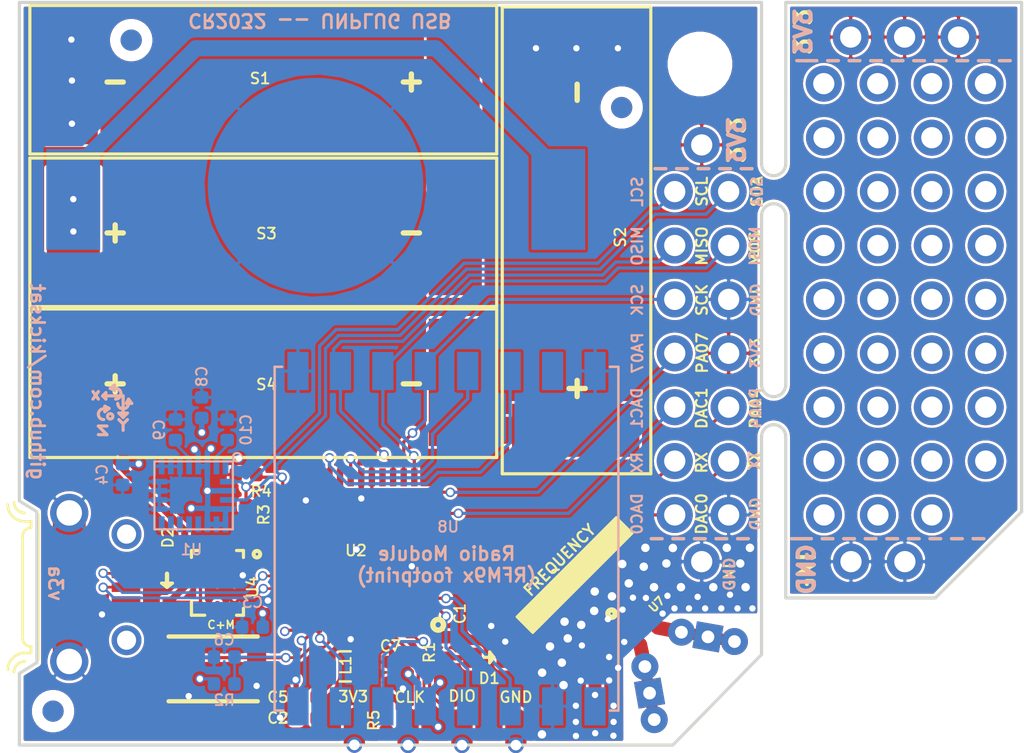
<source format=kicad_pcb>
(kicad_pcb (version 20171130) (host pcbnew "(5.1.0)-1")
  (title_block (title "Project Title"))
  (layers (0 Top signal) (31 Bottom signal) (34 B.Paste user hide) (35 F.Paste user hide) (36 B.SilkS user hide) (37 F.SilkS user hide) (38 B.Mask user hide) (39 F.Mask user hide) (44 Edge.Cuts user))
  (net 0 "")
  (net 1 GND)
  (net 2 "Net-(C6-Pad2)")
  (net 3 /USB+)
  (net 4 /USB-)
  (net 5 VUSB)
  (net 6 /SWDIO)
  (net 7 /SWCLK)
  (net 8 /LED1)
  (net 9 MISO)
  (net 10 SCK)
  (net 11 MOSI)
  (net 12 SDA)
  (net 13 SCL)
  (net 14 "Net-(S1-Pad1)")
  (net 15 "Net-(J4-Pad1)")
  (net 16 "Net-(J5-Pad1)")
  (net 17 "Net-(J20-Pad1)")
  (net 18 "Net-(U4-PadB1)")
  (net 19 "Net-(D1-Pad1)")
  (net 20 PA23)
  (net 21 PA22)
  (net 22 PA21)
  (net 23 TX)
  (net 24 RX)
  (net 25 "Net-(L1-Pad1)")
  (net 26 "Net-(J13-Pad1)")
  (net 27 "Net-(J13-Pad2)")
  (net 28 "Net-(J13-Pad3)")
  (net 29 "Net-(J13-Pad4)")
  (net 30 "Net-(J14-Pad1)")
  (net 31 "Net-(J14-Pad2)")
  (net 32 "Net-(J14-Pad3)")
  (net 33 "Net-(J14-Pad4)")
  (net 34 "Net-(J15-Pad1)")
  (net 35 "Net-(J15-Pad2)")
  (net 36 "Net-(J15-Pad3)")
  (net 37 "Net-(J15-Pad4)")
  (net 38 "Net-(J16-Pad1)")
  (net 39 "Net-(J16-Pad2)")
  (net 40 "Net-(J16-Pad3)")
  (net 41 "Net-(J16-Pad4)")
  (net 42 "Net-(J17-Pad1)")
  (net 43 "Net-(J17-Pad2)")
  (net 44 "Net-(J17-Pad3)")
  (net 45 "Net-(J17-Pad4)")
  (net 46 "Net-(J18-Pad1)")
  (net 47 "Net-(J18-Pad2)")
  (net 48 "Net-(J18-Pad3)")
  (net 49 "Net-(J18-Pad4)")
  (net 50 "Net-(J19-Pad1)")
  (net 51 "Net-(J19-Pad2)")
  (net 52 "Net-(J19-Pad3)")
  (net 53 "Net-(J19-Pad4)")
  (net 54 "Net-(J20-Pad2)")
  (net 55 "Net-(J20-Pad3)")
  (net 56 "Net-(J20-Pad4)")
  (net 57 DAC0)
  (net 58 +3V3)
  (net 59 "Net-(C9-Pad2)")
  (net 60 "Net-(C10-Pad2)")
  (net 61 "Net-(U2-Pad24)")
  (net 62 "Net-(U2-Pad23)")
  (net 63 "Net-(U2-Pad22)")
  (net 64 "Net-(U2-Pad20)")
  (net 65 "Net-(ANT1-PadIN1)")
  (net 66 "Net-(D2-Pad1)")
  (net 67 "Net-(J2-Pad4)")
  (net 68 "Net-(J3-Pad1)")
  (net 69 "Net-(S2-Pad1)")
  (net 70 "Net-(U1-Pad9)")
  (net 71 "Net-(U1-Pad10)")
  (net 72 "Net-(U1-Pad11)")
  (net 73 "Net-(U1-Pad12)")
  (net 74 "Net-(U1-Pad13)")
  (net 75 "Net-(U2-Pad37)")
  (net 76 "Net-(U2-Pad27)")
  (net 77 "Net-(U2-Pad16)")
  (net 78 "Net-(C2-Pad1)")
  (net 79 "Net-(ANT2-PadIN1)")
  (net 80 "Net-(U8-Pad7)")
  (net 81 "Net-(U2-Pad11)")
  (net 82 "Net-(U2-Pad28)")
  (net 83 "Net-(U2-Pad29)")
  (net 84 RF_CS)
  (net 85 RF_RST)
  (net 86 RF_DIO3)
  (net 87 RF_BUSY)
  (net 88 RF_DIO0)
  (net 89 RF_DIO1)
  (net 90 RF_DIO2)
  (net 91 PA04)
  (net 92 DAC1)
  (net 93 PA07)
  (net 94 "Net-(U7-Pad1)")
  (module custom-footprints:BAT-HLD-001 (layer Bottom) (at 95.69196 83.1977)
    (fp_text reference U3 hide)
    (fp_text value BAT-HLD-001 hide)
    (pad 2 smd circle (at -0.01016 -0.5207) (size 10.16 10.16) (layers Bottom B.Paste B.Mask) (net 1 GND))
    (pad 3 smd rect (at 11.43 0.127) (size 2.54 4.75) (layers Bottom B.Paste B.Mask) (net 66 "Net-(D2-Pad1)"))
    (pad 1 smd rect (at -11.43 0.127) (size 2.54 4.75) (layers Bottom B.Paste B.Mask) (net 66 "Net-(D2-Pad1)"))
  )
  (module RF_Module:HOPERF_RFM9XW_SMD (layer Bottom) (at 101.854 99.314 270)
    (fp_text reference U8 (at -0.5588 -0.0762) (layer B.SilkS) (effects (font (size 0.508 0.508) (thickness 0.0889)) (justify mirror)))
    (fp_text value RFM95W-915S2)
    (pad 16 smd rect (at 7.9 7 270) (size 1.8 1) (layers Bottom B.Paste B.Mask) (net 90 RF_DIO2))
    (pad 15 smd rect (at 7.9 5 270) (size 1.8 1) (layers Bottom B.Paste B.Mask) (net 89 RF_DIO1))
    (pad 14 smd rect (at 7.9 3 270) (size 1.8 1) (layers Bottom B.Paste B.Mask) (net 88 RF_DIO0))
    (pad 13 smd rect (at 7.9 1 270) (size 1.8 1) (layers Bottom B.Paste B.Mask) (net 58 +3V3))
    (pad 12 smd rect (at 7.9 -1 270) (size 1.8 1) (layers Bottom B.Paste B.Mask) (net 87 RF_BUSY))
    (pad 11 smd rect (at 7.9 -3 270) (size 1.8 1) (layers Bottom B.Paste B.Mask) (net 86 RF_DIO3))
    (pad 10 smd rect (at 7.9 -5 270) (size 1.8 1) (layers Bottom B.Paste B.Mask) (net 1 GND))
    (pad 9 smd rect (at 7.9 -7 270) (size 1.8 1) (layers Bottom B.Paste B.Mask) (net 94 "Net-(U7-Pad1)"))
    (pad 8 smd rect (at -7.9 -7 270) (size 1.8 1) (layers Bottom B.Paste B.Mask) (net 1 GND))
    (pad 7 smd rect (at -7.9 -5 270) (size 1.8 1) (layers Bottom B.Paste B.Mask) (net 80 "Net-(U8-Pad7)"))
    (pad 6 smd rect (at -7.9 -3 270) (size 1.8 1) (layers Bottom B.Paste B.Mask) (net 85 RF_RST))
    (pad 5 smd rect (at -7.9 -1 270) (size 1.8 1) (layers Bottom B.Paste B.Mask) (net 84 RF_CS))
    (pad 4 smd rect (at -7.9 1 270) (size 1.8 1) (layers Bottom B.Paste B.Mask) (net 10 SCK))
    (pad 3 smd rect (at -7.9 3 270) (size 1.8 1) (layers Bottom B.Paste B.Mask) (net 11 MOSI))
    (pad 2 smd rect (at -7.9 5 270) (size 1.8 1) (layers Bottom B.Paste B.Mask) (net 9 MISO))
    (pad 1 smd rect (at -7.9 7 270) (size 1.8 1) (layers Bottom B.Paste B.Mask) (net 1 GND))
  )
  (module custom-footprints:castellated_small_1side (layer Top) (at 105.12298 107.6579 270)
    (fp_text reference J30 hide)
    (fp_text value Conn_01x01)
    (pad 1 smd custom (at 0.762 0 270) (size 1.25 1) (layers Top F.Paste F.Mask) (net 1 GND) (options (clearance outline) (anchor rect)) (primitives (gr_circle (center -0.625 0) (end -0.125 0) (width 0))))
    (pad 1 thru_hole circle (at 1.387 0 270) (size 0.75 0.75) (drill 0.5) (layers *.Cu *.Mask) (net 1 GND))
  )
  (module custom-footprints:castellated_small_1side (layer Top) (at 97.5106 107.6452 270)
    (fp_text reference J29 hide)
    (fp_text value Conn_01x01)
    (pad 1 smd custom (at 0.762 0 270) (size 1.25 1) (layers Top F.Paste F.Mask) (net 58 +3V3) (options (clearance outline) (anchor rect)) (primitives (gr_circle (center -0.625 0) (end -0.125 0) (width 0))))
    (pad 1 thru_hole circle (at 1.387 0 270) (size 0.75 0.75) (drill 0.5) (layers *.Cu *.Mask) (net 58 +3V3))
  )
  (module custom-footprints:castellated_small_1side (layer Top) (at 100.04298 107.6579 270)
    (fp_text reference J28 hide)
    (fp_text value Conn_01x01)
    (pad 1 smd custom (at 0.762 0 270) (size 1.25 1) (layers Top F.Paste F.Mask) (net 7 /SWCLK) (options (clearance outline) (anchor rect)) (primitives (gr_circle (center -0.625 0) (end -0.125 0) (width 0))))
    (pad 1 thru_hole circle (at 1.387 0 270) (size 0.75 0.75) (drill 0.5) (layers *.Cu *.Mask) (net 7 /SWCLK))
  )
  (module custom-footprints:castellated_small_1side (layer Top) (at 102.58298 107.6579 270)
    (fp_text reference J1 hide)
    (fp_text value Conn_01x01)
    (pad 1 smd custom (at 0.762 0 270) (size 1.25 1) (layers Top F.Paste F.Mask) (net 6 /SWDIO) (options (clearance outline) (anchor rect)) (primitives (gr_circle (center -0.625 0) (end -0.125 0) (width 0))))
    (pad 1 thru_hole circle (at 1.387 0 270) (size 0.75 0.75) (drill 0.5) (layers *.Cu *.Mask) (net 6 /SWDIO))
  )
  (module LED_SMD:LED_0603_1608Metric (layer Top) (at 103.8606 104.9274)
    (fp_text reference D1 (at 0.00762 0.9652 180) (layer F.SilkS) (effects (font (size 0.508 0.508) (thickness 0.0889))))
    (fp_text value GREEN)
    (pad 1 smd roundrect (at -0.7875 0) (size 0.875 0.95) (layers Top F.Paste F.Mask) (net 19 "Net-(D1-Pad1)"))
    (pad 2 smd roundrect (at 0.7875 0) (size 0.875 0.95) (layers Top F.Paste F.Mask) (net 1 GND))
  )
  (module custom-footprints:balun0603 (layer Top) (at 110.871 103.378 315)
    (fp_text reference U7 (at -0.053882 -1.311117 45) (layer F.SilkS) (effects (font (size 0.381 0.381) (thickness 0.0889))))
    (fp_text value HHM17139B2)
    (pad 5 smd rect (at 0 -0.5 315) (size 0.3 0.5) (layers Top F.Paste F.Mask) (net 1 GND))
    (pad 6 smd rect (at -0.55 -0.5 315) (size 0.3 0.5) (layers Top F.Paste F.Mask) (net 1 GND))
    (pad 4 smd rect (at 0.55 -0.5 315) (size 0.3 0.5) (layers Top F.Paste F.Mask) (net 79 "Net-(ANT2-PadIN1)"))
    (pad 1 smd rect (at -0.55 0.5 315) (size 0.3 0.5) (layers Top F.Paste F.Mask) (net 94 "Net-(U7-Pad1)"))
    (pad 3 smd rect (at 0.55 0.5 315) (size 0.3 0.5) (layers Top F.Paste F.Mask) (net 65 "Net-(ANT1-PadIN1)"))
    (pad 2 smd rect (at 0 0.5 315) (size 0.3 0.5) (layers Top F.Paste F.Mask) (net 1 GND))
  )
  (module Diode_SMD:D_SOD-323 (layer Top) (at 88.6968 101.346 90)
    (fp_text reference D2 (at 2.0828 0.0254 90) (layer F.SilkS) (effects (font (size 0.508 0.508) (thickness 0.0889))))
    (fp_text value RB550V)
    (pad 1 smd rect (at -1.05 0 90) (size 0.6 0.45) (layers Top F.Paste F.Mask) (net 66 "Net-(D2-Pad1)"))
    (pad 2 smd rect (at 1.05 0 90) (size 0.6 0.45) (layers Top F.Paste F.Mask) (net 5 VUSB))
  )
  (module Inductor_SMD:L_0805_2012Metric (layer Top) (at 97.0788 105.3338 180)
    (fp_text reference L1 (at -0.0254 0.0508 270) (layer F.SilkS) (effects (font (size 0.508 0.508) (thickness 0.0889))))
    (fp_text value 10uH)
    (pad 2 smd roundrect (at 0.9375 0 180) (size 0.975 1.4) (layers Top F.Paste F.Mask) (net 78 "Net-(C2-Pad1)"))
    (pad 1 smd roundrect (at -0.9375 0 180) (size 0.975 1.4) (layers Top F.Paste F.Mask) (net 25 "Net-(L1-Pad1)"))
  )
  (module custom-footprints:PinHeader_CUSTOM2 (layer Top) (at 113.8809 100.396104)
    (fp_text reference J10 hide)
    (fp_text value Conn_01x01)
    (pad 1 thru_hole oval (at 0 0) (size 1.7 1.7) (drill 1) (layers *.Cu *.Mask) (net 1 GND))
  )
  (module Sprite:ANTENNA (layer Top) (at 114.1751 103.9416 170)
    (fp_text reference ANT2 hide)
    (fp_text value ANTENNA hide)
    (pad IN1 thru_hole rect (at 0 0 350) (size 1.27 1.27) (drill 0.6) (layers *.Cu *.Mask) (net 79 "Net-(ANT2-PadIN1)"))
    (pad IN2 thru_hole circle (at 1.27 0 350) (size 1.27 1.27) (drill 0.6) (layers *.Cu *.Mask) (net 79 "Net-(ANT2-PadIN1)"))
    (pad IN3 thru_hole circle (at -1.27 0 170) (size 1.27 1.27) (drill 0.6) (layers *.Cu *.Mask) (net 79 "Net-(ANT2-PadIN1)"))
  )
  (module Capacitor_SMD:C_0402_1005Metric (layer Top) (at 95.25 106.7816 180)
    (fp_text reference C5 (at 1.3462 -0.0016 180) (layer F.SilkS) (effects (font (size 0.508 0.508) (thickness 0.0889))))
    (fp_text value 1uF)
    (pad 2 smd roundrect (at 0.485 0 180) (size 0.59 0.64) (layers Top F.Paste F.Mask) (net 1 GND))
    (pad 1 smd roundrect (at -0.485 0 180) (size 0.59 0.64) (layers Top F.Paste F.Mask) (net 78 "Net-(C2-Pad1)"))
  )
  (module Capacitor_SMD:C_0402_1005Metric (layer Bottom) (at 92.71 103.4796 180)
    (fp_text reference C3 (at 0 1.17 180) (layer B.SilkS) (effects (font (size 0.508 0.508) (thickness 0.0889)) (justify mirror)))
    (fp_text value 1uF)
    (pad 2 smd roundrect (at 0.485 0 180) (size 0.59 0.64) (layers Bottom B.Paste B.Mask) (net 1 GND))
    (pad 1 smd roundrect (at -0.485 0 180) (size 0.59 0.64) (layers Bottom B.Paste B.Mask) (net 58 +3V3))
  )
  (module Capacitor_SMD:C_0402_1005Metric (layer Top) (at 95.25 107.76712 180)
    (fp_text reference C2 (at 1.3462 -0.0016 180) (layer F.SilkS) (effects (font (size 0.508 0.508) (thickness 0.0889))))
    (fp_text value 10uF)
    (pad 2 smd roundrect (at 0.485 0 180) (size 0.59 0.64) (layers Top F.Paste F.Mask) (net 1 GND))
    (pad 1 smd roundrect (at -0.485 0 180) (size 0.59 0.64) (layers Top F.Paste F.Mask) (net 78 "Net-(C2-Pad1)"))
  )
  (module Capacitor_SMD:C_0402_1005Metric (layer Top) (at 99.2124 105.6132 270)
    (fp_text reference C7 (at -1.2446 0) (layer F.SilkS) (effects (font (size 0.508 0.508) (thickness 0.0889))))
    (fp_text value 10uF)
    (pad 1 smd roundrect (at -0.485 0 270) (size 0.59 0.64) (layers Top F.Paste F.Mask) (net 58 +3V3))
    (pad 2 smd roundrect (at 0.485 0 270) (size 0.59 0.64) (layers Top F.Paste F.Mask) (net 1 GND))
  )
  (module Capacitor_SMD:C_0402_1005Metric (layer Top) (at 103.28656 102.94874 270)
    (fp_text reference C1 (at -0.10414 0.79756 270) (layer F.SilkS) (effects (font (size 0.508 0.508) (thickness 0.0889))))
    (fp_text value 0.1uF)
    (pad 2 smd roundrect (at 0.485 0 270) (size 0.59 0.64) (layers Top F.Paste F.Mask) (net 1 GND))
    (pad 1 smd roundrect (at -0.485 0 270) (size 0.59 0.64) (layers Top F.Paste F.Mask) (net 58 +3V3))
  )
  (module Sprite:ANTENNA (layer Top) (at 111.4235 106.5916 100)
    (fp_text reference ANT1 hide)
    (fp_text value ANTENNA hide)
    (pad IN1 thru_hole rect (at 0 0 280) (size 1.27 1.27) (drill 0.6) (layers *.Cu *.Mask) (net 65 "Net-(ANT1-PadIN1)"))
    (pad IN2 thru_hole circle (at 1.27 0 280) (size 1.27 1.27) (drill 0.6) (layers *.Cu *.Mask) (net 65 "Net-(ANT1-PadIN1)"))
    (pad IN3 thru_hole circle (at -1.27 0 100) (size 1.27 1.27) (drill 0.6) (layers *.Cu *.Mask) (net 65 "Net-(ANT1-PadIN1)"))
  )
  (module Fiducial:Fiducial_1mm_Dia_2mm_Outer (layer Top) (at 110.109 78.994)
    (fp_text reference REF** hide)
    (fp_text value Fiducial_1mm_Dia_2mm_Outer)
    (pad "" smd circle (at 0 0) (size 1 1) (layers Top F.Mask) (clearance 0.5))
  )
  (module Fiducial:Fiducial_1mm_Dia_2mm_Outer (layer Bottom) (at 110.109 78.994)
    (fp_text reference REF** hide)
    (fp_text value Fiducial_1mm_Dia_2mm_Outer)
    (pad "" smd circle (at 0 0) (size 1 1) (layers Bottom B.Mask) (clearance 0.5))
  )
  (module Fiducial:Fiducial_1mm_Dia_2mm_Outer (layer Top) (at 86.995 75.819)
    (fp_text reference REF** hide)
    (fp_text value Fiducial_1mm_Dia_2mm_Outer)
    (pad "" smd circle (at 0 0) (size 1 1) (layers Top F.Mask) (clearance 0.5))
  )
  (module Fiducial:Fiducial_1mm_Dia_2mm_Outer (layer Bottom) (at 86.995 75.819)
    (fp_text reference REF** hide)
    (fp_text value Fiducial_1mm_Dia_2mm_Outer)
    (pad "" smd circle (at 0 0) (size 1 1) (layers Bottom B.Mask) (clearance 0.5))
  )
  (module Fiducial:Fiducial_1mm_Dia_2mm_Outer (layer Bottom) (at 83.312 107.442)
    (fp_text reference REF** hide)
    (fp_text value Fiducial_1mm_Dia_2mm_Outer)
    (pad "" smd circle (at 0 0) (size 1 1) (layers Bottom B.Mask) (clearance 0.5))
  )
  (module "" (layer Top) (at 113.79962 76.94228)
    (fp_text reference @HOLE0 hide)
    (fp_text value "" (at 0 0) (layer F.SilkS) (effects (font (size 1.27 1.27))))
    (pad "" np_thru_hole circle (at 0 0) (size 2.8 2.8) (drill 2.8) (layers *.Cu *.Mask))
  )
  (module Fiducial:Fiducial_1mm_Dia_2mm_Outer (layer Top) (at 83.312 107.442)
    (fp_text reference REF** hide)
    (fp_text value Fiducial_1mm_Dia_2mm_Outer)
    (pad "" smd circle (at 0 0) (size 1 1) (layers Top F.Mask) (clearance 0.5))
  )
  (module custom-footprints:PinHeader_CUSTOM3 (layer Top) (at 112.6109 90.5764 90)
    (fp_text reference J25 hide)
    (fp_text value Conn_01x02)
    (pad 2 thru_hole oval (at 0 2.54 90) (size 1.7 1.7) (drill 1) (layers *.Cu *.Mask) (net 58 +3V3))
    (pad 1 thru_hole oval (at 0 0 90) (size 1.7 1.7) (drill 1) (layers *.Cu *.Mask) (net 93 PA07))
  )
  (module custom-footprints:PinHeader_CUSTOM3 (layer Top) (at 112.6109 98.1964 90)
    (fp_text reference J27 hide)
    (fp_text value Conn_01x02)
    (pad 1 thru_hole oval (at 0 0 90) (size 1.7 1.7) (drill 1) (layers *.Cu *.Mask) (net 57 DAC0))
    (pad 2 thru_hole oval (at 0 2.54 90) (size 1.7 1.7) (drill 1) (layers *.Cu *.Mask) (net 1 GND))
  )
  (module custom-footprints:PinHeader_CUSTOM3 (layer Top) (at 112.6109 82.9564 90)
    (fp_text reference J26 hide)
    (fp_text value Conn_01x02)
    (pad 2 thru_hole oval (at 0 2.54 90) (size 1.7 1.7) (drill 1) (layers *.Cu *.Mask) (net 12 SDA))
    (pad 1 thru_hole oval (at 0 0 90) (size 1.7 1.7) (drill 1) (layers *.Cu *.Mask) (net 13 SCL))
  )
  (module custom-footprints:PinHeader_CUSTOM3 (layer Top) (at 112.6109 93.1164 90)
    (fp_text reference J24 hide)
    (fp_text value Conn_01x02)
    (pad 2 thru_hole oval (at 0 2.54 90) (size 1.7 1.7) (drill 1) (layers *.Cu *.Mask) (net 91 PA04))
    (pad 1 thru_hole oval (at 0 0 90) (size 1.7 1.7) (drill 1) (layers *.Cu *.Mask) (net 92 DAC1))
  )
  (module custom-footprints:PinHeader_CUSTOM3 (layer Top) (at 112.6109 85.4964 90)
    (fp_text reference J23 hide)
    (fp_text value Conn_01x02)
    (pad 2 thru_hole oval (at 0 2.54 90) (size 1.7 1.7) (drill 1) (layers *.Cu *.Mask) (net 11 MOSI))
    (pad 1 thru_hole oval (at 0 0 90) (size 1.7 1.7) (drill 1) (layers *.Cu *.Mask) (net 9 MISO))
  )
  (module custom-footprints:PinHeader_CUSTOM3 (layer Top) (at 112.6109 88.0364 90)
    (fp_text reference J22 hide)
    (fp_text value Conn_01x02)
    (pad 1 thru_hole oval (at 0 0 90) (size 1.7 1.7) (drill 1) (layers *.Cu *.Mask) (net 10 SCK))
    (pad 2 thru_hole oval (at 0 2.54 90) (size 1.7 1.7) (drill 1) (layers *.Cu *.Mask) (net 1 GND))
  )
  (module custom-footprints:PinHeader_CUSTOM3 (layer Top) (at 112.6109 95.6564 90)
    (fp_text reference J21 hide)
    (fp_text value Conn_01x02)
    (pad 2 thru_hole oval (at 0 2.54 90) (size 1.7 1.7) (drill 1) (layers *.Cu *.Mask) (net 23 TX))
    (pad 1 thru_hole oval (at 0 0 90) (size 1.7 1.7) (drill 1) (layers *.Cu *.Mask) (net 24 RX))
  )
  (module custom-footprints:PinHeader_CUSTOM (layer Top) (at 119.6467 80.4164 90)
    (fp_text reference J20 hide)
    (fp_text value Conn_01x04)
    (pad 4 thru_hole oval (at 0 7.62 90) (size 1.7 1.7) (drill 1) (layers *.Cu *.Mask) (net 56 "Net-(J20-Pad4)"))
    (pad 3 thru_hole oval (at 0 5.08 90) (size 1.7 1.7) (drill 1) (layers *.Cu *.Mask) (net 55 "Net-(J20-Pad3)"))
    (pad 2 thru_hole oval (at 0 2.54 90) (size 1.7 1.7) (drill 1) (layers *.Cu *.Mask) (net 54 "Net-(J20-Pad2)"))
    (pad 1 thru_hole oval (at 0 0 90) (size 1.7 1.7) (drill 1) (layers *.Cu *.Mask) (net 17 "Net-(J20-Pad1)"))
  )
  (module custom-footprints:PinHeader_CUSTOM (layer Top) (at 119.634 77.86878 90)
    (fp_text reference J19 hide)
    (fp_text value Conn_01x04)
    (pad 4 thru_hole oval (at 0 7.62 90) (size 1.7 1.7) (drill 1) (layers *.Cu *.Mask) (net 53 "Net-(J19-Pad4)"))
    (pad 3 thru_hole oval (at 0 5.08 90) (size 1.7 1.7) (drill 1) (layers *.Cu *.Mask) (net 52 "Net-(J19-Pad3)"))
    (pad 2 thru_hole oval (at 0 2.54 90) (size 1.7 1.7) (drill 1) (layers *.Cu *.Mask) (net 51 "Net-(J19-Pad2)"))
    (pad 1 thru_hole oval (at 0 0 90) (size 1.7 1.7) (drill 1) (layers *.Cu *.Mask) (net 50 "Net-(J19-Pad1)"))
  )
  (module custom-footprints:PinHeader_CUSTOM (layer Top) (at 119.6467 82.9564 90)
    (fp_text reference J18 hide)
    (fp_text value Conn_01x04)
    (pad 4 thru_hole oval (at 0 7.62 90) (size 1.7 1.7) (drill 1) (layers *.Cu *.Mask) (net 49 "Net-(J18-Pad4)"))
    (pad 3 thru_hole oval (at 0 5.08 90) (size 1.7 1.7) (drill 1) (layers *.Cu *.Mask) (net 48 "Net-(J18-Pad3)"))
    (pad 2 thru_hole oval (at 0 2.54 90) (size 1.7 1.7) (drill 1) (layers *.Cu *.Mask) (net 47 "Net-(J18-Pad2)"))
    (pad 1 thru_hole oval (at 0 0 90) (size 1.7 1.7) (drill 1) (layers *.Cu *.Mask) (net 46 "Net-(J18-Pad1)"))
  )
  (module custom-footprints:PinHeader_CUSTOM (layer Top) (at 119.6467 85.4964 90)
    (fp_text reference J17 hide)
    (fp_text value Conn_01x04)
    (pad 4 thru_hole oval (at 0 7.62 90) (size 1.7 1.7) (drill 1) (layers *.Cu *.Mask) (net 45 "Net-(J17-Pad4)"))
    (pad 3 thru_hole oval (at 0 5.08 90) (size 1.7 1.7) (drill 1) (layers *.Cu *.Mask) (net 44 "Net-(J17-Pad3)"))
    (pad 2 thru_hole oval (at 0 2.54 90) (size 1.7 1.7) (drill 1) (layers *.Cu *.Mask) (net 43 "Net-(J17-Pad2)"))
    (pad 1 thru_hole oval (at 0 0 90) (size 1.7 1.7) (drill 1) (layers *.Cu *.Mask) (net 42 "Net-(J17-Pad1)"))
  )
  (module custom-footprints:PinHeader_CUSTOM (layer Top) (at 119.6467 88.0364 90)
    (fp_text reference J16 hide)
    (fp_text value Conn_01x04)
    (pad 4 thru_hole oval (at 0 7.62 90) (size 1.7 1.7) (drill 1) (layers *.Cu *.Mask) (net 41 "Net-(J16-Pad4)"))
    (pad 3 thru_hole oval (at 0 5.08 90) (size 1.7 1.7) (drill 1) (layers *.Cu *.Mask) (net 40 "Net-(J16-Pad3)"))
    (pad 2 thru_hole oval (at 0 2.54 90) (size 1.7 1.7) (drill 1) (layers *.Cu *.Mask) (net 39 "Net-(J16-Pad2)"))
    (pad 1 thru_hole oval (at 0 0 90) (size 1.7 1.7) (drill 1) (layers *.Cu *.Mask) (net 38 "Net-(J16-Pad1)"))
  )
  (module custom-footprints:PinHeader_CUSTOM (layer Top) (at 119.6467 95.6564 90)
    (fp_text reference J15 hide)
    (fp_text value Conn_01x04)
    (pad 4 thru_hole oval (at 0 7.62 90) (size 1.7 1.7) (drill 1) (layers *.Cu *.Mask) (net 37 "Net-(J15-Pad4)"))
    (pad 3 thru_hole oval (at 0 5.08 90) (size 1.7 1.7) (drill 1) (layers *.Cu *.Mask) (net 36 "Net-(J15-Pad3)"))
    (pad 2 thru_hole oval (at 0 2.54 90) (size 1.7 1.7) (drill 1) (layers *.Cu *.Mask) (net 35 "Net-(J15-Pad2)"))
    (pad 1 thru_hole oval (at 0 0 90) (size 1.7 1.7) (drill 1) (layers *.Cu *.Mask) (net 34 "Net-(J15-Pad1)"))
  )
  (module custom-footprints:PinHeader_CUSTOM (layer Top) (at 119.6467 90.5764 90)
    (fp_text reference J14 hide)
    (fp_text value Conn_01x04)
    (pad 4 thru_hole oval (at 0 7.62 90) (size 1.7 1.7) (drill 1) (layers *.Cu *.Mask) (net 33 "Net-(J14-Pad4)"))
    (pad 3 thru_hole oval (at 0 5.08 90) (size 1.7 1.7) (drill 1) (layers *.Cu *.Mask) (net 32 "Net-(J14-Pad3)"))
    (pad 2 thru_hole oval (at 0 2.54 90) (size 1.7 1.7) (drill 1) (layers *.Cu *.Mask) (net 31 "Net-(J14-Pad2)"))
    (pad 1 thru_hole oval (at 0 0 90) (size 1.7 1.7) (drill 1) (layers *.Cu *.Mask) (net 30 "Net-(J14-Pad1)"))
  )
  (module custom-footprints:PinHeader_CUSTOM (layer Top) (at 119.6467 93.1164 90)
    (fp_text reference J13 hide)
    (fp_text value Conn_01x04)
    (pad 4 thru_hole oval (at 0 7.62 90) (size 1.7 1.7) (drill 1) (layers *.Cu *.Mask) (net 29 "Net-(J13-Pad4)"))
    (pad 3 thru_hole oval (at 0 5.08 90) (size 1.7 1.7) (drill 1) (layers *.Cu *.Mask) (net 28 "Net-(J13-Pad3)"))
    (pad 2 thru_hole oval (at 0 2.54 90) (size 1.7 1.7) (drill 1) (layers *.Cu *.Mask) (net 27 "Net-(J13-Pad2)"))
    (pad 1 thru_hole oval (at 0 0 90) (size 1.7 1.7) (drill 1) (layers *.Cu *.Mask) (net 26 "Net-(J13-Pad1)"))
  )
  (module custom-footprints:PinHeader_CUSTOM2 (layer Top) (at 125.984 75.674156)
    (fp_text reference J12 hide)
    (fp_text value Conn_01x01)
    (pad 1 thru_hole oval (at 0 0) (size 1.7 1.7) (drill 1) (layers *.Cu *.Mask) (net 58 +3V3))
  )
  (module custom-footprints:PinHeader_CUSTOM2 (layer Top) (at 123.4567 100.396104)
    (fp_text reference J11 hide)
    (fp_text value Conn_01x01)
    (pad 1 thru_hole oval (at 0 0) (size 1.7 1.7) (drill 1) (layers *.Cu *.Mask) (net 1 GND))
  )
  (module custom-footprints:PinHeader_CUSTOM2 (layer Top) (at 120.9167 100.396104)
    (fp_text reference J9 hide)
    (fp_text value Conn_01x01)
    (pad 1 thru_hole oval (at 0 0) (size 1.7 1.7) (drill 1) (layers *.Cu *.Mask) (net 1 GND))
  )
  (module custom-footprints:PinHeader_CUSTOM2 (layer Top) (at 120.904 75.674156)
    (fp_text reference J8 hide)
    (fp_text value Conn_01x01)
    (pad 1 thru_hole oval (at 0 0) (size 1.7 1.7) (drill 1) (layers *.Cu *.Mask) (net 58 +3V3))
  )
  (module custom-footprints:PinHeader_CUSTOM2 (layer Top) (at 123.444 75.674156)
    (fp_text reference J7 hide)
    (fp_text value Conn_01x01)
    (pad 1 thru_hole oval (at 0 0) (size 1.7 1.7) (drill 1) (layers *.Cu *.Mask) (net 58 +3V3))
  )
  (module custom-footprints:PinHeader_CUSTOM2 (layer Top) (at 113.8809 80.756696)
    (fp_text reference J6 hide)
    (fp_text value Conn_01x01)
    (pad 1 thru_hole oval (at 0 0) (size 1.7 1.7) (drill 1) (layers *.Cu *.Mask) (net 58 +3V3))
  )
  (module custom-footprints:PinHeader_CUSTOM2 (layer Top) (at 124.7267 98.1964)
    (fp_text reference J5 hide)
    (fp_text value Conn_01x01)
    (pad 1 thru_hole oval (at 0 0) (size 1.7 1.7) (drill 1) (layers *.Cu *.Mask) (net 16 "Net-(J5-Pad1)"))
  )
  (module custom-footprints:PinHeader_CUSTOM2 (layer Top) (at 122.1867 98.1964)
    (fp_text reference J4 hide)
    (fp_text value Conn_01x01)
    (pad 1 thru_hole oval (at 0 0) (size 1.7 1.7) (drill 1) (layers *.Cu *.Mask) (net 15 "Net-(J4-Pad1)"))
  )
  (module custom-footprints:PinHeader_CUSTOM2 (layer Top) (at 119.6467 98.1964)
    (fp_text reference J3 hide)
    (fp_text value Conn_01x01)
    (pad 1 thru_hole oval (at 0 0) (size 1.7 1.7) (drill 1) (layers *.Cu *.Mask) (net 68 "Net-(J3-Pad1)"))
  )
  (module custom-footprints:10118194-0001LF (layer Top) (at 84.074 101.6 270)
    (fp_text reference J2 hide)
    (fp_text value 10118194-0001LF hide)
    (pad 1 smd rect (at -1.3 -2.675 90) (size 0.45 1.35) (layers Top F.Paste F.Mask) (net 5 VUSB))
    (pad 2 smd rect (at -0.65 -2.675 90) (size 0.45 1.35) (layers Top F.Paste F.Mask) (net 4 /USB-))
    (pad 3 smd rect (at 0 -2.675 90) (size 0.45 1.35) (layers Top F.Paste F.Mask) (net 3 /USB+))
    (pad 4 smd rect (at 0.65 -2.675 90) (size 0.45 1.35) (layers Top F.Paste F.Mask) (net 67 "Net-(J2-Pad4)"))
    (pad 5 smd rect (at 1.3 -2.675 90) (size 0.45 1.35) (layers Top F.Paste F.Mask) (net 1 GND))
    (pad 6 thru_hole circle (at -2.5 -2.7 270) (size 1.408 1.408) (drill 0.9) (layers *.Cu *.Mask))
    (pad 7 thru_hole circle (at 2.5 -2.7 270) (size 1.408 1.408) (drill 0.9) (layers *.Cu *.Mask))
    (pad 8 thru_hole circle (at -3.5 0 270) (size 1.8 1.8) (drill 1.2) (layers *.Cu *.Mask) (net 1 GND))
    (pad 9 thru_hole circle (at 3.5 0 270) (size 1.8 1.8) (drill 1.2) (layers *.Cu *.Mask) (net 1 GND))
    (pad 10 smd rect (at -1 0 270) (size 1.5 1.55) (layers Top F.Paste F.Mask))
    (pad 11 smd rect (at 1 0 270) (size 1.5 1.55) (layers Top F.Paste F.Mask))
    (pad 12 smd rect (at -3.05 0 270) (size 1.5 1.55) (layers Top F.Paste F.Mask))
    (pad 13 smd rect (at 3.05 0 270) (size 1.5 1.55) (layers Top F.Paste F.Mask))
  )
  (module custom-footprints:KXOB22-12X1F (layer Top) (at 93.218 91.948)
    (fp_text reference S4 (at 0.15 0.1) (layer F.SilkS) (effects (font (size 0.508 0.508) (thickness 0.0889))))
    (fp_text value KXOB22-04X3F)
    (fp_text user - (at 6.98 0) (layer F.SilkS) (effects (font (thickness 0.25))))
    (fp_text user + (at -6.98 0) (layer F.SilkS) (effects (font (thickness 0.25))))
    (pad 1 smd rect (at -8.95 0 90) (size 6 2.5) (layers Top F.Paste F.Mask) (net 66 "Net-(D2-Pad1)"))
    (pad 2 smd rect (at 9.05 0 90) (size 6 2.5) (layers Top F.Paste F.Mask) (net 69 "Net-(S2-Pad1)"))
  )
  (module custom-footprints:TPS82740ASIPR (layer Top) (at 91.059 101.3968 90)
    (fp_text reference U4 (at -0.2032 1.651 90) (layer F.SilkS) (effects (font (size 0.508 0.508) (thickness 0.0889))))
    (fp_text value TPS82740BSIPR hide)
    (pad A1 smd circle (at -0.999998 -0.800001 90) (size 0.299999 0.299999) (layers Top) (net 66 "Net-(D2-Pad1)"))
    (pad A2 smd circle (at 0 -0.800001 90) (size 0.299999 0.299999) (layers Top) (net 66 "Net-(D2-Pad1)"))
    (pad A3 smd circle (at 1.000001 -0.800001 90) (size 0.299999 0.299999) (layers Top) (net 66 "Net-(D2-Pad1)"))
    (pad B1 smd circle (at -0.999998 -0.000003 90) (size 0.299999 0.299999) (layers Top) (net 18 "Net-(U4-PadB1)"))
    (pad B2 smd circle (at 0 0 90) (size 0.299999 0.299999) (layers Top) (net 1 GND))
    (pad B3 smd circle (at 1.000001 -0.000003 90) (size 0.299999 0.299999) (layers Top) (net 66 "Net-(D2-Pad1)"))
    (pad C1 smd circle (at -0.999998 0.799998 90) (size 0.299999 0.299999) (layers Top) (net 58 +3V3))
    (pad C2 smd circle (at 0 0.799998 90) (size 0.299999 0.299999) (layers Top) (net 1 GND))
    (pad C3 smd circle (at 1.000001 0.799998 90) (size 0.299999 0.299999) (layers Top) (net 66 "Net-(D2-Pad1)"))
  )
  (module Resistor_SMD:R_0402_1005Metric (layer Top) (at 92.4052 96.2914)
    (fp_text reference R4 (at 0.7112 0.7874 180) (layer F.SilkS) (effects (font (size 0.508 0.508) (thickness 0.0889))))
    (fp_text value 10K)
    (pad 2 smd roundrect (at 0.485 0) (size 0.59 0.64) (layers Top F.Paste F.Mask) (net 12 SDA))
    (pad 1 smd roundrect (at -0.485 0) (size 0.59 0.64) (layers Top F.Paste F.Mask) (net 58 +3V3))
  )
  (module custom-footprints:KXOB22-12X1F (layer Top) (at 107.94238 85.2551 90)
    (fp_text reference S2 (at 0.15 2.10312 90) (layer F.SilkS) (effects (font (size 0.508 0.508) (thickness 0.0889))))
    (fp_text value KXOB22-04X3F)
    (fp_text user - (at 6.98 0 90) (layer F.SilkS) (effects (font (thickness 0.25))))
    (fp_text user + (at -6.98 0 90) (layer F.SilkS) (effects (font (thickness 0.25))))
    (pad 1 smd rect (at -8.95 0 180) (size 6 2.5) (layers Top F.Paste F.Mask) (net 69 "Net-(S2-Pad1)"))
    (pad 2 smd rect (at 9.05 0 180) (size 6 2.5) (layers Top F.Paste F.Mask) (net 1 GND))
  )
  (module custom-footprints:KXOB22-12X1F (layer Top) (at 93.218 77.724 180)
    (fp_text reference S1 (at 0.15 0.1 180) (layer F.SilkS) (effects (font (size 0.508 0.508) (thickness 0.0889))))
    (fp_text value KXOB22-04X3F)
    (fp_text user - (at 6.98 0 180) (layer F.SilkS) (effects (font (thickness 0.25))))
    (fp_text user + (at -6.98 0 180) (layer F.SilkS) (effects (font (thickness 0.25))))
    (pad 1 smd rect (at -8.95 0 270) (size 6 2.5) (layers Top F.Paste F.Mask) (net 14 "Net-(S1-Pad1)"))
    (pad 2 smd rect (at 9.05 0 270) (size 6 2.5) (layers Top F.Paste F.Mask) (net 1 GND))
  )
  (module custom-footprints:KXOB22-12X1F (layer Top) (at 93.218 84.836)
    (fp_text reference S3 (at 0.15 0.1) (layer F.SilkS) (effects (font (size 0.508 0.508) (thickness 0.0889))))
    (fp_text value KXOB22-04X3F)
    (fp_text user - (at 6.98 0) (layer F.SilkS) (effects (font (thickness 0.25))))
    (fp_text user + (at -6.98 0) (layer F.SilkS) (effects (font (thickness 0.25))))
    (pad 1 smd rect (at -8.95 0 90) (size 6 2.5) (layers Top F.Paste F.Mask) (net 66 "Net-(D2-Pad1)"))
    (pad 2 smd rect (at 9.05 0 90) (size 6 2.5) (layers Top F.Paste F.Mask) (net 14 "Net-(S1-Pad1)"))
  )
  (module ATSAMD51G19A-MU:QFN50P700X700X90-49N-D (layer Top) (at 97.5868 99.8728 180)
    (fp_text reference U2 (at 0 0 180) (layer F.SilkS) (effects (font (size 0.508 0.508) (thickness 0.0889))))
    (fp_text value ATSAMD51G_TQFN48 hide)
    (pad 1 smd rect (at -3.45 -2.75 270) (size 0.3 0.85) (layers Top F.Paste F.Mask) (net 87 RF_BUSY))
    (pad 2 smd rect (at -3.45 -2.25 270) (size 0.3 0.85) (layers Top F.Paste F.Mask) (net 86 RF_DIO3))
    (pad 3 smd rect (at -3.45 -1.75 270) (size 0.3 0.85) (layers Top F.Paste F.Mask) (net 57 DAC0))
    (pad 4 smd rect (at -3.45 -1.25 270) (size 0.3 0.85) (layers Top F.Paste F.Mask) (net 58 +3V3))
    (pad 5 smd rect (at -3.45 -0.75 270) (size 0.3 0.85) (layers Top F.Paste F.Mask) (net 1 GND))
    (pad 6 smd rect (at -3.45 -0.25 270) (size 0.3 0.85) (layers Top F.Paste F.Mask) (net 58 +3V3))
    (pad 7 smd rect (at -3.45 0.25 270) (size 0.3 0.85) (layers Top F.Paste F.Mask) (net 23 TX))
    (pad 8 smd rect (at -3.45 0.75 270) (size 0.3 0.85) (layers Top F.Paste F.Mask) (net 24 RX))
    (pad 9 smd rect (at -3.45 1.25 270) (size 0.3 0.85) (layers Top F.Paste F.Mask) (net 91 PA04))
    (pad 10 smd rect (at -3.45 1.75 270) (size 0.3 0.85) (layers Top F.Paste F.Mask) (net 92 DAC1))
    (pad 11 smd rect (at -3.45 2.25 270) (size 0.3 0.85) (layers Top F.Paste F.Mask) (net 81 "Net-(U2-Pad11)"))
    (pad 12 smd rect (at -3.45 2.75 270) (size 0.3 0.85) (layers Top F.Paste F.Mask) (net 93 PA07))
    (pad 13 smd rect (at -2.75 3.45 180) (size 0.3 0.85) (layers Top F.Paste F.Mask) (net 11 MOSI))
    (pad 14 smd rect (at -2.25 3.45 180) (size 0.3 0.85) (layers Top F.Paste F.Mask) (net 10 SCK))
    (pad 15 smd rect (at -1.75 3.45 180) (size 0.3 0.85) (layers Top F.Paste F.Mask) (net 9 MISO))
    (pad 16 smd rect (at -1.25 3.45 180) (size 0.3 0.85) (layers Top F.Paste F.Mask) (net 77 "Net-(U2-Pad16)"))
    (pad 17 smd rect (at -0.75 3.45 180) (size 0.3 0.85) (layers Top F.Paste F.Mask) (net 58 +3V3))
    (pad 18 smd rect (at -0.25 3.45 180) (size 0.3 0.85) (layers Top F.Paste F.Mask) (net 1 GND))
    (pad 19 smd rect (at 0.25 3.45 180) (size 0.3 0.85) (layers Top F.Paste F.Mask) (net 84 RF_CS))
    (pad 20 smd rect (at 0.75 3.45 180) (size 0.3 0.85) (layers Top F.Paste F.Mask) (net 64 "Net-(U2-Pad20)"))
    (pad 21 smd rect (at 1.25 3.45 180) (size 0.3 0.85) (layers Top F.Paste F.Mask) (net 85 RF_RST))
    (pad 22 smd rect (at 1.75 3.45 180) (size 0.3 0.85) (layers Top F.Paste F.Mask) (net 63 "Net-(U2-Pad22)"))
    (pad 23 smd rect (at 2.25 3.45 180) (size 0.3 0.85) (layers Top F.Paste F.Mask) (net 62 "Net-(U2-Pad23)"))
    (pad 24 smd rect (at 2.75 3.45 180) (size 0.3 0.85) (layers Top F.Paste F.Mask) (net 61 "Net-(U2-Pad24)"))
    (pad 25 smd rect (at 3.45 2.75 270) (size 0.3 0.85) (layers Top F.Paste F.Mask) (net 12 SDA))
    (pad 26 smd rect (at 3.45 2.25 270) (size 0.3 0.85) (layers Top F.Paste F.Mask) (net 13 SCL))
    (pad 27 smd rect (at 3.45 1.75 270) (size 0.3 0.85) (layers Top F.Paste F.Mask) (net 76 "Net-(U2-Pad27)"))
    (pad 28 smd rect (at 3.45 1.25 270) (size 0.3 0.85) (layers Top F.Paste F.Mask) (net 82 "Net-(U2-Pad28)"))
    (pad 29 smd rect (at 3.45 0.75 270) (size 0.3 0.85) (layers Top F.Paste F.Mask) (net 83 "Net-(U2-Pad29)"))
    (pad 30 smd rect (at 3.45 0.25 270) (size 0.3 0.85) (layers Top F.Paste F.Mask) (net 22 PA21))
    (pad 31 smd rect (at 3.45 -0.25 270) (size 0.3 0.85) (layers Top F.Paste F.Mask) (net 21 PA22))
    (pad 32 smd rect (at 3.45 -0.75 270) (size 0.3 0.85) (layers Top F.Paste F.Mask) (net 20 PA23))
    (pad 33 smd rect (at 3.45 -1.25 270) (size 0.3 0.85) (layers Top F.Paste F.Mask) (net 4 /USB-))
    (pad 34 smd rect (at 3.45 -1.75 270) (size 0.3 0.85) (layers Top F.Paste F.Mask) (net 3 /USB+))
    (pad 35 smd rect (at 3.45 -2.25 270) (size 0.3 0.85) (layers Top F.Paste F.Mask) (net 1 GND))
    (pad 36 smd rect (at 3.45 -2.75 270) (size 0.3 0.85) (layers Top F.Paste F.Mask) (net 58 +3V3))
    (pad 37 smd rect (at 2.75 -3.45 180) (size 0.3 0.85) (layers Top F.Paste F.Mask) (net 75 "Net-(U2-Pad37)"))
    (pad 38 smd rect (at 2.25 -3.45 180) (size 0.3 0.85) (layers Top F.Paste F.Mask) (net 90 RF_DIO2))
    (pad 39 smd rect (at 1.75 -3.45 180) (size 0.3 0.85) (layers Top F.Paste F.Mask) (net 89 RF_DIO1))
    (pad 40 smd rect (at 1.25 -3.45 180) (size 0.3 0.85) (layers Top F.Paste F.Mask) (net 2 "Net-(C6-Pad2)"))
    (pad 41 smd rect (at 0.75 -3.45 180) (size 0.3 0.85) (layers Top F.Paste F.Mask) (net 78 "Net-(C2-Pad1)"))
    (pad 42 smd rect (at 0.25 -3.45 180) (size 0.3 0.85) (layers Top F.Paste F.Mask) (net 1 GND))
    (pad 43 smd rect (at -0.25 -3.45 180) (size 0.3 0.85) (layers Top F.Paste F.Mask) (net 25 "Net-(L1-Pad1)"))
    (pad 44 smd rect (at -0.75 -3.45 180) (size 0.3 0.85) (layers Top F.Paste F.Mask) (net 58 +3V3))
    (pad 45 smd rect (at -1.25 -3.45 180) (size 0.3 0.85) (layers Top F.Paste F.Mask) (net 7 /SWCLK))
    (pad 46 smd rect (at -1.75 -3.45 180) (size 0.3 0.85) (layers Top F.Paste F.Mask) (net 6 /SWDIO))
    (pad 47 smd rect (at -2.25 -3.45 180) (size 0.3 0.85) (layers Top F.Paste F.Mask) (net 88 RF_DIO0))
    (pad 48 smd rect (at -2.75 -3.45 180) (size 0.3 0.85) (layers Top F.Paste F.Mask) (net 8 /LED1))
    (pad 49 smd rect (at 0 0 180) (size 5.25 5.25) (layers Top F.Paste F.Mask) (net 1 GND))
  )
  (module Capacitor_SMD:C_0402_1005Metric (layer Bottom) (at 91.37904 104.89184)
    (fp_text reference C6 (at 0 -0.8128) (layer B.SilkS) (effects (font (size 0.508 0.508) (thickness 0.0889)) (justify mirror)))
    (fp_text value 1uF)
    (pad 1 smd roundrect (at -0.485 0) (size 0.59 0.64) (layers Bottom B.Paste B.Mask) (net 1 GND))
    (pad 2 smd roundrect (at 0.485 0) (size 0.59 0.64) (layers Bottom B.Paste B.Mask) (net 2 "Net-(C6-Pad2)"))
  )
  (module Resistor_SMD:R_0402_1005Metric (layer Bottom) (at 91.37904 106.16184 180)
    (fp_text reference R2 (at 0 -0.762 180) (layer B.SilkS) (effects (font (size 0.508 0.508) (thickness 0.0889)) (justify mirror)))
    (fp_text value 10K)
    (pad 2 smd roundrect (at 0.485 0 180) (size 0.59 0.64) (layers Bottom B.Paste B.Mask) (net 58 +3V3))
    (pad 1 smd roundrect (at -0.485 0 180) (size 0.59 0.64) (layers Bottom B.Paste B.Mask) (net 2 "Net-(C6-Pad2)"))
  )
  (module Resistor_SMD:R_0402_1005Metric (layer Top) (at 99.0092 107.91952 270)
    (fp_text reference R5 (at -0.04572 0.5842 90) (layer F.SilkS) (effects (font (size 0.508 0.508) (thickness 0.0889))))
    (fp_text value 10K)
    (pad 2 smd roundrect (at 0.485 0 270) (size 0.59 0.64) (layers Top F.Paste F.Mask) (net 7 /SWCLK))
    (pad 1 smd roundrect (at -0.485 0 270) (size 0.59 0.64) (layers Top F.Paste F.Mask) (net 58 +3V3))
  )
  (module "Adafruit Feather M4 Express:BTN_KMR2_4.6X2.8" (layer Top) (at 90.8558 105.45064)
    (fp_text reference SW1 hide)
    (fp_text value "KMR231NG LFS" hide)
    (pad A' smd rect (at -2.05 -0.8) (size 0.9 0.9) (layers Top F.Paste F.Mask) (net 2 "Net-(C6-Pad2)"))
    (pad B' smd rect (at -2.05 0.8) (size 0.9 0.9) (layers Top F.Paste F.Mask) (net 1 GND))
    (pad B smd rect (at 2.05 0.8) (size 0.9 0.9) (layers Top F.Paste F.Mask) (net 1 GND))
    (pad A smd rect (at 2.05 -0.8) (size 0.9 0.9) (layers Top F.Paste F.Mask) (net 2 "Net-(C6-Pad2)"))
  )
  (module Resistor_SMD:R_0402_1005Metric (layer Top) (at 92.4179 98.22434 90)
    (fp_text reference R3 (at 0.04064 0.82296 90) (layer F.SilkS) (effects (font (size 0.508 0.508) (thickness 0.0889))))
    (fp_text value 10K)
    (pad 2 smd roundrect (at 0.485 0 90) (size 0.59 0.64) (layers Top F.Paste F.Mask) (net 13 SCL))
    (pad 1 smd roundrect (at -0.485 0 90) (size 0.59 0.64) (layers Top F.Paste F.Mask) (net 58 +3V3))
  )
  (module Resistor_SMD:R_0402_1005Metric (layer Top) (at 101.8286 104.4448 90)
    (fp_text reference R1 (at -0.2286 -0.7874 90) (layer F.SilkS) (effects (font (size 0.508 0.508) (thickness 0.0889))))
    (fp_text value 330)
    (pad 2 smd roundrect (at 0.485 0 90) (size 0.59 0.64) (layers Top F.Paste F.Mask) (net 8 /LED1))
    (pad 1 smd roundrect (at -0.485 0 90) (size 0.59 0.64) (layers Top F.Paste F.Mask) (net 19 "Net-(D1-Pad1)"))
  )
  (module Capacitor_SMD:C_0402_1005Metric (layer Bottom) (at 91.5162 94.1832 270)
    (fp_text reference C10 (at 0 -0.889 270) (layer B.SilkS) (effects (font (size 0.508 0.508) (thickness 0.0889)) (justify mirror)))
    (fp_text value 0.1uF)
    (pad 2 smd roundrect (at 0.485 0 270) (size 0.59 0.64) (layers Bottom B.Paste B.Mask) (net 60 "Net-(C10-Pad2)"))
    (pad 1 smd roundrect (at -0.485 0 270) (size 0.59 0.64) (layers Bottom B.Paste B.Mask) (net 1 GND))
  )
  (module Capacitor_SMD:C_0402_1005Metric (layer Bottom) (at 89.0778 94.1832 270)
    (fp_text reference C9 (at 0 0.762 270) (layer B.SilkS) (effects (font (size 0.508 0.508) (thickness 0.0889)) (justify mirror)))
    (fp_text value 10nF)
    (pad 2 smd roundrect (at 0.485 0 270) (size 0.59 0.64) (layers Bottom B.Paste B.Mask) (net 59 "Net-(C9-Pad2)"))
    (pad 1 smd roundrect (at -0.485 0 270) (size 0.59 0.64) (layers Bottom B.Paste B.Mask) (net 1 GND))
  )
  (module Capacitor_SMD:C_0402_1005Metric (layer Bottom) (at 90.31732 93.13926 270)
    (fp_text reference C8 (at -1.47066 -0.00508 270) (layer B.SilkS) (effects (font (size 0.508 0.508) (thickness 0.0889)) (justify mirror)))
    (fp_text value 0.1uF)
    (pad 2 smd roundrect (at 0.485 0 270) (size 0.59 0.64) (layers Bottom B.Paste B.Mask) (net 58 +3V3))
    (pad 1 smd roundrect (at -0.485 0 270) (size 0.59 0.64) (layers Bottom B.Paste B.Mask) (net 1 GND))
  )
  (module Capacitor_SMD:C_0402_1005Metric (layer Bottom) (at 86.5886 96.2914 90)
    (fp_text reference C4 (at 0 -0.9652 270) (layer B.SilkS) (effects (font (size 0.508 0.508) (thickness 0.0889)) (justify mirror)))
    (fp_text value 10uF)
    (pad 2 smd roundrect (at 0.485 0 90) (size 0.59 0.64) (layers Bottom B.Paste B.Mask) (net 58 +3V3))
    (pad 1 smd roundrect (at -0.485 0 90) (size 0.59 0.64) (layers Bottom B.Paste B.Mask) (net 1 GND))
  )
  (module Sprite:LGA24-8X4 (layer Bottom) (at 89.9366 97.27258 180)
    (fp_text reference U1 (at -0.462 -2.85422) (layer B.SilkS) (effects (font (size 0.508 0.508) (thickness 0.0889)) (justify left bottom mirror)))
    (fp_text value LSM9DS1 hide)
    (pad 24 smd rect (at -1.075 1.365 90) (size 0.75 0.27) (layers Bottom B.Paste B.Mask) (net 60 "Net-(C10-Pad2)"))
    (pad 23 smd rect (at -0.645 1.365 90) (size 0.75 0.27) (layers Bottom B.Paste B.Mask) (net 58 +3V3))
    (pad 22 smd rect (at -0.215 1.365 90) (size 0.75 0.27) (layers Bottom B.Paste B.Mask) (net 58 +3V3))
    (pad 21 smd rect (at 0.215 1.365 90) (size 0.75 0.27) (layers Bottom B.Paste B.Mask) (net 59 "Net-(C9-Pad2)"))
    (pad 20 smd rect (at 0.645 1.365 90) (size 0.75 0.27) (layers Bottom B.Paste B.Mask) (net 1 GND))
    (pad 19 smd rect (at 1.075 1.365 90) (size 0.75 0.27) (layers Bottom B.Paste B.Mask) (net 1 GND))
    (pad 18 smd rect (at 1.505 1.365 90) (size 0.75 0.27) (layers Bottom B.Paste B.Mask) (net 1 GND))
    (pad 17 smd rect (at 1.615 0.645 180) (size 0.75 0.27) (layers Bottom B.Paste B.Mask) (net 1 GND))
    (pad 16 smd rect (at 1.615 0.215 180) (size 0.75 0.27) (layers Bottom B.Paste B.Mask) (net 1 GND))
    (pad 15 smd rect (at 1.615 -0.215 180) (size 0.75 0.27) (layers Bottom B.Paste B.Mask) (net 1 GND))
    (pad 14 smd rect (at 1.615 -0.645 180) (size 0.75 0.27) (layers Bottom B.Paste B.Mask) (net 1 GND))
    (pad 13 smd rect (at 1.505 -1.365 270) (size 0.75 0.27) (layers Bottom B.Paste B.Mask) (net 74 "Net-(U1-Pad13)"))
    (pad 12 smd rect (at 1.075 -1.365 270) (size 0.75 0.27) (layers Bottom B.Paste B.Mask) (net 73 "Net-(U1-Pad12)"))
    (pad 11 smd rect (at 0.645 -1.365 270) (size 0.75 0.27) (layers Bottom B.Paste B.Mask) (net 72 "Net-(U1-Pad11)"))
    (pad 10 smd rect (at 0.215 -1.365 270) (size 0.75 0.27) (layers Bottom B.Paste B.Mask) (net 71 "Net-(U1-Pad10)"))
    (pad 9 smd rect (at -0.215 -1.365 270) (size 0.75 0.27) (layers Bottom B.Paste B.Mask) (net 70 "Net-(U1-Pad9)"))
    (pad 8 smd rect (at -0.645 -1.365 270) (size 0.75 0.27) (layers Bottom B.Paste B.Mask) (net 58 +3V3))
    (pad 7 smd rect (at -1.075 -1.365 270) (size 0.75 0.27) (layers Bottom B.Paste B.Mask) (net 58 +3V3))
    (pad 6 smd rect (at -1.505 -1.365 270) (size 0.75 0.27) (layers Bottom B.Paste B.Mask) (net 58 +3V3))
    (pad 5 smd rect (at -1.615 -0.645) (size 0.75 0.27) (layers Bottom B.Paste B.Mask) (net 58 +3V3))
    (pad 4 smd rect (at -1.615 -0.215) (size 0.75 0.27) (layers Bottom B.Paste B.Mask) (net 12 SDA))
    (pad 3 smd rect (at -1.615 0.215) (size 0.75 0.27) (layers Bottom B.Paste B.Mask) (net 58 +3V3))
    (pad 2 smd rect (at -1.615 0.645) (size 0.75 0.27) (layers Bottom B.Paste B.Mask) (net 13 SCL))
    (pad 1 smd rect (at -1.505 1.365 90) (size 0.75 0.27) (layers Bottom B.Paste B.Mask) (net 58 +3V3))
  )
  (gr_text GND (at 115.189 100.9904 90) (layer F.SilkS) (effects (font (size 0.508 0.508) (thickness 0.1016))))
  (gr_text GND (at 115.189 100.9904 90) (layer B.SilkS) (effects (font (size 0.508 0.508) (thickness 0.1016)) (justify mirror)))
  (gr_text GND (at 118.8212 100.7618 90) (layer B.SilkS) (effects (font (size 0.762 0.762) (thickness 0.1905)) (justify mirror)))
  (gr_text 3V3 (at 118.6688 75.4126 90) (layer B.SilkS) (effects (font (size 0.762 0.762) (thickness 0.1905)) (justify mirror)))
  (gr_text 3V3 (at 115.5358 80.522 90) (layer B.SilkS) (effects (font (size 0.762 0.762) (thickness 0.1905)) (justify mirror)))
  (gr_text SDA (at 116.4844 82.9564 90) (layer B.SilkS) (effects (font (size 0.508 0.508) (thickness 0.1016)) (justify mirror)))
  (gr_text SCL (at 110.8456 82.9564 90) (layer B.SilkS) (effects (font (size 0.508 0.508) (thickness 0.1016)) (justify mirror)))
  (gr_text MOSI (at 116.4082 85.5218 90) (layer B.SilkS) (effects (font (size 0.508 0.508) (thickness 0.1016)) (justify mirror)))
  (gr_text MISO (at 110.8456 85.5218 90) (layer B.SilkS) (effects (font (size 0.508 0.508) (thickness 0.1016)) (justify mirror)))
  (gr_text SCK (at 110.8456 88.0618 90) (layer B.SilkS) (effects (font (size 0.508 0.508) (thickness 0.1016)) (justify mirror)))
  (gr_text GND (at 116.459 88.0618 90) (layer B.SilkS) (effects (font (size 0.508 0.508) (thickness 0.1016)) (justify mirror)))
  (gr_text 3V3 (at 116.4463 90.5637 90) (layer B.SilkS) (effects (font (size 0.508 0.508) (thickness 0.1016)) (justify mirror)))
  (gr_text PA07 (at 110.8583 90.5637 90) (layer B.SilkS) (effects (font (size 0.508 0.508) (thickness 0.1016)) (justify mirror)))
  (gr_text DAC1 (at 110.8329 93.1672 90) (layer B.SilkS) (effects (font (size 0.508 0.508) (thickness 0.1016)) (justify mirror)))
  (gr_text PA04 (at 116.4209 93.1672 90) (layer B.SilkS) (effects (font (size 0.508 0.508) (thickness 0.1016)) (justify mirror)))
  (gr_text TX (at 116.3701 95.631 90) (layer B.SilkS) (effects (font (size 0.508 0.508) (thickness 0.1016)) (justify mirror)))
  (gr_text RX (at 110.8329 95.7326 90) (layer B.SilkS) (effects (font (size 0.508 0.508) (thickness 0.1016)) (justify mirror)))
  (gr_text DAC0 (at 110.8329 98.1456 90) (layer B.SilkS) (effects (font (size 0.508 0.508) (thickness 0.1016)) (justify mirror)))
  (gr_text GND (at 116.4336 98.1456 90) (layer B.SilkS) (effects (font (size 0.508 0.508) (thickness 0.1016)) (justify mirror)))
  (gr_text "Radio Module\n(RFM9x footprint)" (at 101.854 100.5332) (layer B.SilkS) (effects (font (size 0.635 0.635) (thickness 0.127)) (justify mirror)))
  (gr_text GND (at 116.4336 98.1456 90) (layer F.SilkS) (effects (font (size 0.508 0.508) (thickness 0.1016))))
  (gr_text GND (at 116.459 88.0618 90) (layer F.SilkS) (effects (font (size 0.508 0.508) (thickness 0.1016))))
  (gr_text GND (at 105.1306 106.7816) (layer F.SilkS) (effects (font (size 0.508 0.508) (thickness 0.0889))))
  (gr_poly (pts (xy 105.918 103.759) (xy 110.617 99.06) (xy 109.855 98.298) (xy 105.156 102.997)) (layer F.SilkS) (width 0.1))
  (gr_line (start 88.68156 100.965) (end 88.68156 101.4095) (layer F.SilkS) (width 0.2032))
  (gr_line (start 88.93556 101.4095) (end 88.68156 101.6127) (layer F.SilkS) (width 0.15))
  (gr_line (start 88.68156 101.6127) (end 88.42756 101.4095) (layer F.SilkS) (width 0.15))
  (gr_line (start 88.42756 101.4095) (end 88.63076 101.4095) (layer F.SilkS) (width 0.15))
  (gr_line (start 88.68156 101.5111) (end 88.68156 101.4603) (layer F.SilkS) (width 0.15))
  (gr_line (start 88.68156 101.4095) (end 88.93556 101.4095) (layer F.SilkS) (width 0.15))
  (gr_text "CR2032 -- UNPLUG USB" (at 95.885 74.8919 180) (layer B.SilkS) (effects (font (size 0.635 0.635) (thickness 0.127)) (justify mirror)))
  (gr_text DAC0 (at 113.8809 98.1456 90) (layer F.SilkS) (effects (font (size 0.508 0.508) (thickness 0.1016))))
  (gr_text C+M (at 91.23172 103.37038) (layer F.SilkS) (effects (font (size 0.381 0.381) (thickness 0.0762))))
  (gr_text v3a (at 83.4263 101.4095 270) (layer B.SilkS) (effects (font (size 0.635 0.635) (thickness 0.127)) (justify mirror)))
  (gr_text FREQUENCY (at 107.188 100.33 45) (layer F.SilkS) (effects (font (size 0.508 0.508) (thickness 0.1016))))
  (gr_text github.com/kicksat (at 82.5754 91.9226 270) (layer B.SilkS) (effects (font (size 0.635 0.635) (thickness 0.127)) (justify mirror)))
  (gr_line (start 85.852 94.4118) (end 85.4456 94.4118) (layer B.SilkS) (width 0.15))
  (gr_line (start 85.4456 94.0054) (end 85.852 94.4118) (layer B.SilkS) (width 0.15))
  (gr_line (start 85.852 94.0054) (end 85.4456 94.0054) (layer B.SilkS) (width 0.15))
  (gr_line (start 86.614 93.9038) (end 86.614 94.2086) (layer B.SilkS) (width 0.15))
  (gr_line (start 86.614 93.9038) (end 86.4108 93.7006) (layer B.SilkS) (width 0.15))
  (gr_line (start 86.8172 93.7006) (end 86.614 93.9038) (layer B.SilkS) (width 0.15))
  (gr_line (start 85.4456 92.3798) (end 85.1916 92.7354) (layer B.SilkS) (width 0.15))
  (gr_line (start 85.1916 92.3798) (end 85.4456 92.7354) (layer B.SilkS) (width 0.15))
  (gr_circle (center 86.0044 93.5482) (end 85.9536 93.5482) (layer B.SilkS) (width 0.15))
  (gr_line (start 85.7504 93.073266) (end 85.9536 93.174866) (layer B.SilkS) (width 0.15))
  (gr_arc (start 85.6996 93.4466) (end 85.6996 93.1926) (angle -180) (layer B.SilkS) (width 0.15))
  (gr_line (start 85.9536 93.174866) (end 85.7504 93.327266) (layer B.SilkS) (width 0.15))
  (gr_line (start 85.7504 93.327266) (end 85.7504 93.073266) (layer B.SilkS) (width 0.15))
  (gr_line (start 86.0044 92.2274) (end 86.2076 92.075) (layer B.SilkS) (width 0.15))
  (gr_line (start 86.2076 92.075) (end 86.2076 92.329) (layer B.SilkS) (width 0.15))
  (gr_line (start 86.2076 92.329) (end 86.0044 92.2274) (layer B.SilkS) (width 0.15))
  (gr_line (start 86.7664 92.9386) (end 86.868 92.7354) (layer B.SilkS) (width 0.15))
  (gr_line (start 87.0204 92.9386) (end 86.7664 92.9386) (layer B.SilkS) (width 0.15))
  (gr_line (start 86.868 92.7354) (end 87.0204 92.9386) (layer B.SilkS) (width 0.15))
  (gr_arc (start 86.614 92.9386) (end 86.36 92.9386) (angle -180) (layer B.SilkS) (width 0.15))
  (gr_arc (start 86.2584 92.4814) (end 86.2584 92.7354) (angle -180) (layer B.SilkS) (width 0.15))
  (gr_line (start 86.8172 93.3958) (end 86.614 93.599) (layer B.SilkS) (width 0.15))
  (gr_line (start 86.4108 93.3958) (end 86.8172 93.3958) (layer B.SilkS) (width 0.15))
  (gr_line (start 86.614 93.599) (end 86.4108 93.3958) (layer B.SilkS) (width 0.15))
  (gr_line (start 86.614 92.583) (end 86.614 93.599) (layer B.SilkS) (width 0.15))
  (gr_line (start 85.8012 92.7354) (end 85.6488 92.583) (layer B.SilkS) (width 0.15))
  (gr_line (start 85.8012 92.4306) (end 85.8012 92.7354) (layer B.SilkS) (width 0.15))
  (gr_line (start 85.6488 92.583) (end 85.8012 92.4306) (layer B.SilkS) (width 0.15))
  (gr_line (start 86.614 92.583) (end 85.6488 92.583) (layer B.SilkS) (width 0.15))
  (gr_line (start 103.9876 104.90708) (end 103.9368 104.90708) (layer F.SilkS) (width 0.15))
  (gr_line (start 103.886 105.16108) (end 103.886 104.95788) (layer F.SilkS) (width 0.15))
  (gr_line (start 104.0892 104.90708) (end 103.886 105.16108) (layer F.SilkS) (width 0.15))
  (gr_line (start 103.886 104.65308) (end 104.0892 104.90708) (layer F.SilkS) (width 0.15))
  (gr_line (start 103.886 104.90708) (end 103.886 104.65308) (layer F.SilkS) (width 0.15))
  (gr_line (start 103.632 104.90708) (end 103.886 104.90708) (layer F.SilkS) (width 0.15))
  (gr_text 3V3 (at 97.4598 106.7562) (layer F.SilkS) (effects (font (size 0.508 0.508) (thickness 0.0889))))
  (gr_text CLK (at 100.1268 106.7816) (layer F.SilkS) (effects (font (size 0.508 0.508) (thickness 0.0889))))
  (gr_text DIO (at 102.5906 106.7308) (layer F.SilkS) (effects (font (size 0.508 0.508) (thickness 0.0889))))
  (gr_arc (start 117.2718 84.0994) (end 117.842556 84.0994) (angle -180) (layer Edge.Cuts) (width 0.15))
  (gr_arc (start 117.2718 81.6356) (end 116.701044 81.6356) (angle -180) (layer Edge.Cuts) (width 0.15))
  (gr_arc (start 117.2718 94.5134) (end 117.842556 94.5134) (angle -180) (layer Edge.Cuts) (width 0.15))
  (gr_arc (start 117.2718 92.0496) (end 116.701044 92.0496) (angle -180) (layer Edge.Cuts) (width 0.15))
  (gr_text 3V3 (at 116.4463 90.5637 90) (layer F.SilkS) (effects (font (size 0.508 0.508) (thickness 0.1016))))
  (gr_text PA07 (at 113.9063 90.5637 90) (layer F.SilkS) (effects (font (size 0.508 0.508) (thickness 0.1016))))
  (gr_text SDA (at 116.4844 82.9564 90) (layer F.SilkS) (effects (font (size 0.508 0.508) (thickness 0.1016))))
  (gr_text SCL (at 113.8936 82.9564 90) (layer F.SilkS) (effects (font (size 0.508 0.508) (thickness 0.1016))))
  (gr_text MOSI (at 116.4082 85.5218 90) (layer F.SilkS) (effects (font (size 0.508 0.508) (thickness 0.1016))))
  (gr_text MISO (at 113.8936 85.5218 90) (layer F.SilkS) (effects (font (size 0.508 0.508) (thickness 0.1016))))
  (gr_text SCK (at 113.8936 88.0618 90) (layer F.SilkS) (effects (font (size 0.508 0.508) (thickness 0.1016))))
  (gr_text DAC1 (at 113.8809 93.1672 90) (layer F.SilkS) (effects (font (size 0.508 0.508) (thickness 0.1016))))
  (gr_text PA04 (at 116.4209 93.1672 90) (layer F.SilkS) (effects (font (size 0.508 0.508) (thickness 0.1016))))
  (gr_text TX (at 116.3701 95.631 90) (layer F.SilkS) (effects (font (size 0.508 0.508) (thickness 0.1016))))
  (gr_text RX (at 113.8809 95.7326 90) (layer F.SilkS) (effects (font (size 0.508 0.508) (thickness 0.1016))))
  (gr_text 3V3 (at 115.5358 80.522 90) (layer F.SilkS) (effects (font (size 0.762 0.762) (thickness 0.1905))))
  (gr_line (start 112.696 81.875) (end 113.204 81.875) (layer F.SilkS) (width 0.15))
  (gr_line (start 115.744 81.875) (end 116.252 81.875) (layer F.SilkS) (width 0.15))
  (gr_line (start 114.728 81.875) (end 115.236 81.875) (layer F.SilkS) (width 0.15))
  (gr_line (start 111.68 81.875) (end 112.188 81.875) (layer F.SilkS) (width 0.15))
  (gr_line (start 113.712 81.875) (end 114.22 81.875) (layer F.SilkS) (width 0.15))
  (gr_line (start 115.744 81.875) (end 116.252 81.875) (layer B.SilkS) (width 0.15))
  (gr_line (start 112.696 81.875) (end 113.204 81.875) (layer B.SilkS) (width 0.15))
  (gr_line (start 113.712 81.875) (end 114.22 81.875) (layer B.SilkS) (width 0.15))
  (gr_line (start 111.68 81.875) (end 112.188 81.875) (layer B.SilkS) (width 0.15))
  (gr_line (start 114.728 81.875) (end 115.236 81.875) (layer B.SilkS) (width 0.15))
  (gr_circle (center 92.91828 100.04552) (end 92.97924 100.05568) (layer F.SilkS) (width 0.15))
  (gr_circle (center 92.91828 100.04552) (end 93.06814 100.13442) (layer F.SilkS) (width 0.15))
  (gr_line (start 127.9144 76.7842) (end 128.4224 76.7842) (layer F.SilkS) (width 0.15))
  (gr_line (start 127.9144 76.7842) (end 128.4224 76.7842) (layer B.SilkS) (width 0.15))
  (gr_text 3V3 (at 118.6688 75.4126 90) (layer F.SilkS) (effects (font (size 0.762 0.762) (thickness 0.1905))))
  (gr_text GND (at 118.8212 100.7618 90) (layer F.SilkS) (effects (font (size 0.762 0.762) (thickness 0.1905))))
  (gr_line (start 116.7003 104.775) (end 112.522 109.0416) (layer Edge.Cuts) (width 0.15))
  (gr_line (start 118.364 76.7842) (end 118.872 76.7842) (layer B.SilkS) (width 0.15))
  (gr_line (start 126.9238 76.7842) (end 127.4318 76.7842) (layer B.SilkS) (width 0.15))
  (gr_line (start 124.8918 76.7842) (end 125.3998 76.7842) (layer B.SilkS) (width 0.15))
  (gr_line (start 119.8118 76.7842) (end 120.3198 76.7842) (layer B.SilkS) (width 0.15))
  (gr_line (start 118.7958 76.7842) (end 119.3038 76.7842) (layer B.SilkS) (width 0.15))
  (gr_line (start 125.9078 76.7842) (end 126.4158 76.7842) (layer B.SilkS) (width 0.15))
  (gr_line (start 123.8758 76.7842) (end 124.3838 76.7842) (layer B.SilkS) (width 0.15))
  (gr_line (start 120.8278 76.7842) (end 121.3358 76.7842) (layer B.SilkS) (width 0.15))
  (gr_line (start 122.8598 76.7842) (end 123.3678 76.7842) (layer B.SilkS) (width 0.15))
  (gr_line (start 121.8438 76.7842) (end 122.3518 76.7842) (layer B.SilkS) (width 0.15))
  (gr_line (start 123.6218 99.314) (end 124.1298 99.314) (layer B.SilkS) (width 0.15))
  (gr_line (start 125.6538 99.314) (end 126.1618 99.314) (layer B.SilkS) (width 0.15))
  (gr_line (start 122.6058 99.314) (end 123.1138 99.314) (layer B.SilkS) (width 0.15))
  (gr_line (start 119.5578 99.314) (end 120.0658 99.314) (layer B.SilkS) (width 0.15))
  (gr_line (start 118.5418 99.314) (end 119.0498 99.314) (layer B.SilkS) (width 0.15))
  (gr_line (start 114.554 99.314) (end 115.062 99.314) (layer B.SilkS) (width 0.15))
  (gr_line (start 121.5898 99.314) (end 122.0978 99.314) (layer B.SilkS) (width 0.15))
  (gr_line (start 113.538 99.314) (end 114.046 99.314) (layer B.SilkS) (width 0.15))
  (gr_line (start 124.6378 99.314) (end 125.1458 99.314) (layer B.SilkS) (width 0.15))
  (gr_line (start 120.5738 99.314) (end 121.0818 99.314) (layer B.SilkS) (width 0.15))
  (gr_line (start 118.11 99.314) (end 118.618 99.314) (layer B.SilkS) (width 0.15))
  (gr_line (start 112.522 99.314) (end 113.03 99.314) (layer B.SilkS) (width 0.15))
  (gr_line (start 126.6698 99.314) (end 127.1778 99.314) (layer B.SilkS) (width 0.15))
  (gr_line (start 115.57 99.314) (end 116.078 99.314) (layer B.SilkS) (width 0.15))
  (gr_line (start 111.506 99.314) (end 112.014 99.314) (layer B.SilkS) (width 0.15))
  (gr_line (start 123.8758 76.7842) (end 124.3838 76.7842) (layer F.SilkS) (width 0.15))
  (gr_line (start 125.9078 76.7842) (end 126.4158 76.7842) (layer F.SilkS) (width 0.15))
  (gr_line (start 122.8598 76.7842) (end 123.3678 76.7842) (layer F.SilkS) (width 0.15))
  (gr_line (start 119.8118 76.7842) (end 120.3198 76.7842) (layer F.SilkS) (width 0.15))
  (gr_line (start 118.7958 76.7842) (end 119.3038 76.7842) (layer F.SilkS) (width 0.15))
  (gr_line (start 121.8438 76.7842) (end 122.3518 76.7842) (layer F.SilkS) (width 0.15))
  (gr_line (start 124.8918 76.7842) (end 125.3998 76.7842) (layer F.SilkS) (width 0.15))
  (gr_line (start 120.8278 76.7842) (end 121.3358 76.7842) (layer F.SilkS) (width 0.15))
  (gr_line (start 118.364 76.7842) (end 118.872 76.7842) (layer F.SilkS) (width 0.15))
  (gr_line (start 126.9238 76.7842) (end 127.4318 76.7842) (layer F.SilkS) (width 0.15))
  (gr_line (start 124.6378 99.314) (end 125.1458 99.314) (layer F.SilkS) (width 0.15))
  (gr_line (start 123.6218 99.314) (end 124.1298 99.314) (layer F.SilkS) (width 0.15))
  (gr_line (start 126.6698 99.314) (end 127.1778 99.314) (layer F.SilkS) (width 0.15))
  (gr_line (start 125.6538 99.314) (end 126.1618 99.314) (layer F.SilkS) (width 0.15))
  (gr_line (start 122.6058 99.314) (end 123.1138 99.314) (layer F.SilkS) (width 0.15))
  (gr_line (start 120.5738 99.314) (end 121.0818 99.314) (layer F.SilkS) (width 0.15))
  (gr_line (start 119.5578 99.314) (end 120.0658 99.314) (layer F.SilkS) (width 0.15))
  (gr_line (start 118.5418 99.314) (end 119.0498 99.314) (layer F.SilkS) (width 0.15))
  (gr_line (start 121.5898 99.314) (end 122.0978 99.314) (layer F.SilkS) (width 0.15))
  (gr_line (start 118.11 99.314) (end 118.618 99.314) (layer F.SilkS) (width 0.15))
  (gr_line (start 115.57 99.314) (end 116.078 99.314) (layer F.SilkS) (width 0.15))
  (gr_line (start 114.554 99.314) (end 115.062 99.314) (layer F.SilkS) (width 0.15))
  (gr_line (start 113.538 99.314) (end 114.046 99.314) (layer F.SilkS) (width 0.15))
  (gr_line (start 112.522 99.314) (end 113.03 99.314) (layer F.SilkS) (width 0.15))
  (gr_line (start 111.506 99.314) (end 112.014 99.314) (layer F.SilkS) (width 0.15))
  (gr_line (start 117.8433 84.0994) (end 117.8433 92.0496) (layer Edge.Cuts) (width 0.15))
  (gr_line (start 117.8433 74.041) (end 117.842556 81.6356) (layer Edge.Cuts) (width 0.15))
  (gr_line (start 117.842556 94.5134) (end 117.842556 102.108) (layer Edge.Cuts) (width 0.15))
  (gr_line (start 116.701044 104.775) (end 116.701044 94.5134) (layer Edge.Cuts) (width 0.15))
  (gr_line (start 116.701044 92.0496) (end 116.701044 84.0994) (layer Edge.Cuts) (width 0.15))
  (gr_line (start 116.701044 81.6356) (end 116.7003 74.0416) (layer Edge.Cuts) (width 0.15))
  (gr_line (start 124.8918 102.108) (end 117.842556 102.108) (layer Edge.Cuts) (width 0.15))
  (gr_line (start 128.9558 98.044) (end 124.8918 102.108) (layer Edge.Cuts) (width 0.15))
  (gr_line (start 128.9558 74.0416) (end 128.9558 98.044) (layer Edge.Cuts) (width 0.15))
  (gr_line (start 117.8433 74.041) (end 128.9558 74.041) (layer Edge.Cuts) (width 0.15))
  (gr_line (start 82.55 98.044) (end 81.7251 97.536) (layer Edge.Cuts) (width 0.15))
  (gr_line (start 82.55 105.156) (end 81.7251 105.664) (layer Edge.Cuts) (width 0.15))
  (gr_line (start 81.7251 105.664) (end 81.7251 109.0416) (layer Edge.Cuts) (width 0.15))
  (gr_line (start 82.55 98.044) (end 82.55 105.156) (layer Edge.Cuts) (width 0.15))
  (gr_line (start 81.7251 109.0416) (end 112.522 109.0416) (layer Edge.Cuts) (width 0.15))
  (gr_line (start 116.7003 74.0416) (end 81.7251 74.0416) (layer Edge.Cuts) (width 0.15))
  (gr_line (start 81.7251 74.0416) (end 81.7251 97.536) (layer Edge.Cuts) (width 0.15))
  (via (at 111.252 102.108) (size 0.45) (drill 0.3) (layers Top Bottom) (net 1))
  (via (at 109.9312 76.2) (size 0.45) (drill 0.3) (layers Top Bottom) (net 1))
  (via (at 107.9754 76.2) (size 0.45) (drill 0.3) (layers Top Bottom) (net 1))
  (via (at 106.0704 76.2) (size 0.45) (drill 0.3) (layers Top Bottom) (net 1))
  (via (at 85.61832 102.88524) (size 0.45) (drill 0.3) (layers Top Bottom) (net 1))
  (segment (start 86.749 102.9) (end 85.63308 102.9) (width 0.3302) (layer Top) (net 1))
  (segment (start 85.63308 102.9) (end 85.61832 102.88524) (width 0.127) (layer Top) (net 1))
  (segment (start 91.8972 101.3968) (end 92.2528 101.0412) (width 0.254) (layer Top) (net 1))
  (segment (start 91.858998 101.3968) (end 91.8972 101.3968) (width 0.254) (layer Top) (net 1))
  (via (at 92.2528 101.0412) (size 0.45) (drill 0.3) (layers Top Bottom) (net 1))
  (segment (start 91.059 101.3968) (end 91.858998 101.3968) (width 0.1524) (layer Top) (net 1))
  (via (at 109.72038 108.60024) (size 0.45) (drill 0.3) (layers Top Bottom) (net 1))
  (via (at 109.51718 104.89184) (size 0.45) (drill 0.3) (layers Top Bottom) (net 1))
  (via (at 110.63986 102.0953) (size 0.45) (drill 0.3) (layers Top Bottom) (net 1))
  (segment (start 108.91266 103.56088) (end 108.13288 104.34066) (width 0.254) (layer Top) (net 1))
  (via (at 107.569 104.013) (size 0.6) (drill 0.4) (layers Top Bottom) (net 1))
  (via (at 107.2896 105.156) (size 0.6) (drill 0.4) (layers Top Bottom) (net 1))
  (via (at 107.37088 106.21518) (size 0.6) (drill 0.4) (layers Top Bottom) (net 1))
  (via (at 110.44428 101.41966) (size 0.6) (drill 0.4) (layers Top Bottom) (net 1))
  (via (at 89.70264 106.73588) (size 0.45) (drill 0.3) (layers Top Bottom) (net 1))
  (segment (start 89.14372 106.73588) (end 89.70264 106.73588) (width 0.1524) (layer Top) (net 1))
  (segment (start 88.8058 106.39796) (end 89.14372 106.73588) (width 0.1524) (layer Top) (net 1))
  (via (at 115.951 101.6) (size 0.6) (drill 0.4) (layers Top Bottom) (net 1))
  (via (at 108.204 103.378) (size 0.6) (drill 0.4) (layers Top Bottom) (net 1))
  (via (at 84.1756 75.7936) (size 0.45) (drill 0.3) (layers Top Bottom) (net 1))
  (via (at 107.95254 108.61294) (size 0.45) (drill 0.3) (layers Top Bottom) (net 1))
  (via (at 107.95 107.188) (size 0.45) (drill 0.3) (layers Top Bottom) (net 1))
  (via (at 108.1786 106.00436) (size 0.45) (drill 0.3) (layers Top Bottom) (net 1))
  (via (at 108.23448 104.34828) (size 0.45) (drill 0.3) (layers Top Bottom) (net 1))
  (via (at 109.728 107.95) (size 0.45) (drill 0.3) (layers Top Bottom) (net 1))
  (via (at 109.728 107.188) (size 0.45) (drill 0.3) (layers Top Bottom) (net 1))
  (via (at 107.95 107.95) (size 0.45) (drill 0.3) (layers Top Bottom) (net 1))
  (via (at 112.5982 102.60076) (size 0.45) (drill 0.3) (layers Top Bottom) (net 1))
  (via (at 113.28146 102.60076) (size 0.45) (drill 0.3) (layers Top Bottom) (net 1))
  (via (at 114.04346 102.60076) (size 0.45) (drill 0.3) (layers Top Bottom) (net 1))
  (via (at 114.80546 102.60076) (size 0.45) (drill 0.3) (layers Top Bottom) (net 1))
  (via (at 115.56746 102.60076) (size 0.45) (drill 0.3) (layers Top Bottom) (net 1))
  (via (at 116.27104 102.60076) (size 0.45) (drill 0.3) (layers Top Bottom) (net 1))
  (via (at 114.427 101.6) (size 0.6) (drill 0.4) (layers Top Bottom) (net 1))
  (via (at 112.903 101.6) (size 0.6) (drill 0.4) (layers Top Bottom) (net 1))
  (via (at 111.633 101.6) (size 0.6) (drill 0.4) (layers Top Bottom) (net 1))
  (via (at 113.6904 102.0572) (size 0.45) (drill 0.3) (layers Top Bottom) (net 1))
  (via (at 115.2144 101.9556) (size 0.45) (drill 0.3) (layers Top Bottom) (net 1))
  (via (at 112.268 102.0064) (size 0.45) (drill 0.3) (layers Top Bottom) (net 1))
  (via (at 106.35996 105.62844) (size 0.6) (drill 0.4) (layers Top Bottom) (net 1))
  (via (at 107.4166 103.2256) (size 0.6) (drill 0.4) (layers Top Bottom) (net 1))
  (via (at 112.2172 100.4824) (size 0.6) (drill 0.4) (layers Top Bottom) (net 1))
  (via (at 115.062 99.7458) (size 0.6) (drill 0.4) (layers Top Bottom) (net 1))
  (via (at 111.1504 100.6348) (size 0.6) (drill 0.4) (layers Top Bottom) (net 1))
  (via (at 103.9622 103.4288) (size 0.45) (drill 0.3) (layers Top Bottom) (net 1))
  (segment (start 103.28656 103.43374) (end 103.95726 103.43374) (width 0.254) (layer Top) (net 1))
  (segment (start 103.95726 103.43374) (end 103.9622 103.4288) (width 0.254) (layer Top) (net 1))
  (via (at 115.697 100.4824) (size 0.6) (drill 0.4) (layers Top Bottom) (net 1))
  (via (at 112.522 99.752811) (size 0.6) (drill 0.4) (layers Top Bottom) (net 1))
  (via (at 110.1344 100.5078) (size 0.6) (drill 0.4) (layers Top Bottom) (net 1))
  (via (at 111.2266 99.7458) (size 0.6) (drill 0.4) (layers Top Bottom) (net 1))
  (via (at 108.839 101.8032) (size 0.6) (drill 0.4) (layers Top Bottom) (net 1))
  (via (at 109.6518 102.0318) (size 0.6) (drill 0.4) (layers Top Bottom) (net 1))
  (via (at 108.8136 102.7176) (size 0.6) (drill 0.4) (layers Top Bottom) (net 1))
  (via (at 116.1542 99.7458) (size 0.6) (drill 0.4) (layers Top Bottom) (net 1))
  (via (at 95.2246 97.5106) (size 0.45) (drill 0.3) (layers Top Bottom) (net 1))
  (via (at 97.6122 99.822) (size 0.45) (drill 0.3) (layers Top Bottom) (net 1))
  (via (at 110.14964 102.65918) (size 0.45) (drill 0.3) (layers Top Bottom) (net 1))
  (via (at 110.23092 104.18064) (size 0.45) (drill 0.3) (layers Top Bottom) (net 1))
  (via (at 109.460901 103.103437) (size 0.45) (drill 0.3) (layers Top Bottom) (net 1))
  (via (at 109.51972 105.9942) (size 0.45) (drill 0.3) (layers Top Bottom) (net 1))
  (via (at 108.86186 108.48086) (size 0.45) (drill 0.3) (layers Top Bottom) (net 1))
  (via (at 106.7308 104.394) (size 0.6) (drill 0.4) (layers Top Bottom) (net 1))
  (via (at 106.35234 108.53674) (size 0.6) (drill 0.4) (layers Top Bottom) (net 1))
  (via (at 109.94136 105.39984) (size 0.45) (drill 0.3) (layers Top Bottom) (net 1))
  (via (at 92.9058 106.250662) (size 0.45) (drill 0.3) (layers Top Bottom) (net 1))
  (segment (start 92.9058 106.39796) (end 92.9058 106.250662) (width 0.1524) (layer Top) (net 1))
  (via (at 97.33788 104.05364) (size 0.45) (drill 0.3) (layers Top Bottom) (net 1))
  (segment (start 97.3368 104.05256) (end 97.33788 104.05364) (width 0.254) (layer Top) (net 1))
  (segment (start 97.3368 103.3228) (end 97.3368 104.05256) (width 0.254) (layer Top) (net 1))
  (via (at 93.4339 102.22992) (size 0.45) (drill 0.3) (layers Top Bottom) (net 1))
  (segment (start 94.1368 102.1228) (end 93.54102 102.1228) (width 0.254) (layer Top) (net 1))
  (segment (start 93.54102 102.1228) (end 93.4339 102.22992) (width 0.254) (layer Top) (net 1))
  (via (at 97.83826 97.41916) (size 0.45) (drill 0.3) (layers Top Bottom) (net 1))
  (segment (start 97.8368 96.4228) (end 97.8368 97.4177) (width 0.254) (layer Top) (net 1))
  (segment (start 97.8368 97.4177) (end 97.83826 97.41916) (width 0.254) (layer Top) (net 1))
  (via (at 100.21824 100.61194) (size 0.45) (drill 0.3) (layers Top Bottom) (net 1))
  (segment (start 100.2291 100.6228) (end 100.21824 100.61194) (width 0.254) (layer Top) (net 1))
  (segment (start 101.0368 100.6228) (end 100.2291 100.6228) (width 0.254) (layer Top) (net 1))
  (via (at 94.742 105.961958) (size 0.45) (drill 0.3) (layers Top Bottom) (net 1))
  (segment (start 94.765 105.984958) (end 94.742 105.961958) (width 0.254) (layer Top) (net 1))
  (segment (start 94.765 106.7816) (end 94.765 105.984958) (width 0.254) (layer Top) (net 1))
  (via (at 94.001968 107.7468) (size 0.45) (drill 0.3) (layers Top Bottom) (net 1))
  (segment (start 94.022288 107.76712) (end 94.001968 107.7468) (width 0.254) (layer Top) (net 1))
  (segment (start 94.765 107.76712) (end 94.022288 107.76712) (width 0.254) (layer Top) (net 1))
  (via (at 99.796594 106.3752) (size 0.45) (drill 0.3) (layers Top Bottom) (net 1))
  (segment (start 99.2124 106.0982) (end 99.546568 106.432368) (width 0.254) (layer Top) (net 1))
  (segment (start 99.739426 106.432368) (end 99.796594 106.3752) (width 0.254) (layer Top) (net 1))
  (segment (start 99.546568 106.432368) (end 99.739426 106.432368) (width 0.254) (layer Top) (net 1))
  (via (at 104.6226 104.1654) (size 0.45) (drill 0.3) (layers Top Bottom) (net 1))
  (segment (start 104.6481 104.9274) (end 104.6481 104.1909) (width 0.254) (layer Top) (net 1))
  (segment (start 104.6481 104.1909) (end 104.6226 104.1654) (width 0.254) (layer Top) (net 1))
  (via (at 112.0394 102.8446) (size 0.45) (drill 0.3) (layers Top Bottom) (net 1))
  (via (at 84.201 79.756) (size 0.45) (drill 0.3) (layers Top Bottom) (net 1))
  (via (at 84.201 77.724) (size 0.45) (drill 0.3) (layers Top Bottom) (net 1))
  (segment (start 91.86404 105.31184) (end 91.86404 106.16184) (width 0.127) (layer Bottom) (net 2))
  (segment (start 91.86404 104.89184) (end 91.86404 105.31184) (width 0.127) (layer Bottom) (net 2))
  (via (at 94.27972 104.92232) (size 0.45) (drill 0.3) (layers Top Bottom) (net 2))
  (segment (start 91.86404 104.89184) (end 94.24924 104.89184) (width 0.127) (layer Bottom) (net 2))
  (segment (start 94.24924 104.89184) (end 94.27972 104.92232) (width 0.127) (layer Bottom) (net 2))
  (segment (start 88.8058 104.79796) (end 88.93016 104.92232) (width 0.1524) (layer Top) (net 2))
  (segment (start 88.93016 104.92232) (end 93.961522 104.92232) (width 0.1524) (layer Top) (net 2))
  (segment (start 94.284804 104.927404) (end 94.27972 104.92232) (width 0.127) (layer Bottom) (net 2))
  (segment (start 93.961522 104.92232) (end 94.27972 104.92232) (width 0.1524) (layer Top) (net 2))
  (segment (start 92.9058 104.91238) (end 92.91574 104.92232) (width 0.127) (layer Top) (net 2))
  (segment (start 92.9058 104.65064) (end 92.9058 104.91238) (width 0.127) (layer Top) (net 2))
  (segment (start 94.96368 104.92232) (end 94.597918 104.92232) (width 0.127) (layer Top) (net 2))
  (segment (start 95.457493 104.428507) (end 94.96368 104.92232) (width 0.127) (layer Top) (net 2))
  (segment (start 96.084441 104.428507) (end 95.457493 104.428507) (width 0.127) (layer Top) (net 2))
  (segment (start 96.286 103.272) (end 96.286 103.773656) (width 0.127) (layer Top) (net 2))
  (segment (start 96.286 103.773656) (end 96.300502 103.788158) (width 0.127) (layer Top) (net 2))
  (segment (start 96.300502 103.788158) (end 96.300501 104.212447) (width 0.127) (layer Top) (net 2))
  (segment (start 96.300501 104.212447) (end 96.084441 104.428507) (width 0.127) (layer Top) (net 2))
  (segment (start 94.597918 104.92232) (end 94.27972 104.92232) (width 0.127) (layer Top) (net 2))
  (via (at 85.6742 101.61016) (size 0.45) (drill 0.3) (layers Top Bottom) (net 3))
  (segment (start 86.749 101.6) (end 85.68436 101.6) (width 0.127) (layer Top) (net 3))
  (segment (start 85.68436 101.6) (end 85.6742 101.61016) (width 0.127) (layer Top) (net 3))
  (segment (start 86.172051 102.108011) (end 92.7608 102.108) (width 0.127) (layer Bottom) (net 3))
  (segment (start 85.6742 101.61016) (end 86.172051 102.108011) (width 0.127) (layer Bottom) (net 3))
  (segment (start 94.086 101.572) (end 93.989583 101.668417) (width 0.127) (layer Top) (net 3))
  (segment (start 92.9938 101.893416) (end 93.218799 101.668417) (width 0.127) (layer Bottom) (net 3))
  (segment (start 93.536997 101.668417) (end 93.218799 101.668417) (width 0.127) (layer Top) (net 3))
  (segment (start 92.779205 102.108011) (end 92.9938 101.893416) (width 0.127) (layer Bottom) (net 3))
  (segment (start 92.760815 102.108011) (end 92.779205 102.108011) (width 0.127) (layer Bottom) (net 3))
  (segment (start 93.989583 101.668417) (end 93.536997 101.668417) (width 0.127) (layer Top) (net 3))
  (via (at 93.218799 101.668417) (size 0.45) (drill 0.3) (layers Top Bottom) (net 3))
  (via (at 85.67166 100.94214) (size 0.45) (drill 0.3) (layers Top Bottom) (net 4))
  (segment (start 86.749 100.95) (end 85.67952 100.95) (width 0.127) (layer Top) (net 4))
  (segment (start 85.67952 100.95) (end 85.67166 100.94214) (width 0.127) (layer Top) (net 4))
  (segment (start 86.58352 101.854) (end 92.329 101.854) (width 0.127) (layer Bottom) (net 4))
  (segment (start 85.67166 100.94214) (end 86.58352 101.854) (width 0.127) (layer Bottom) (net 4))
  (segment (start 94.086 101.072) (end 94.080602 101.066602) (width 0.127) (layer Top) (net 4))
  (segment (start 92.405202 101.854) (end 92.967601 101.291601) (width 0.127) (layer Bottom) (net 4))
  (segment (start 92.967601 101.291601) (end 93.1926 101.066602) (width 0.127) (layer Bottom) (net 4))
  (segment (start 92.329006 101.854) (end 92.405202 101.854) (width 0.127) (layer Bottom) (net 4))
  (segment (start 93.510798 101.066602) (end 93.1926 101.066602) (width 0.127) (layer Top) (net 4))
  (segment (start 94.080602 101.066602) (end 93.510798 101.066602) (width 0.127) (layer Top) (net 4))
  (via (at 93.1926 101.066602) (size 0.45) (drill 0.3) (layers Top Bottom) (net 4))
  (segment (start 88.6928 100.3) (end 88.6968 100.296) (width 0.3302) (layer Top) (net 5))
  (segment (start 86.749 100.3) (end 88.6928 100.3) (width 0.3302) (layer Top) (net 5))
  (segment (start 102.4128 107.442) (end 102.6414 107.6706) (width 0.1524) (layer Top) (net 6))
  (segment (start 101.89718 107.442) (end 102.4128 107.442) (width 0.1524) (layer Top) (net 6))
  (segment (start 101.058991 106.603811) (end 101.89718 107.442) (width 0.1524) (layer Top) (net 6))
  (segment (start 101.058991 105.590607) (end 101.058991 106.603811) (width 0.1524) (layer Top) (net 6))
  (segment (start 99.3368 103.3228) (end 99.3368 103.868416) (width 0.1524) (layer Top) (net 6))
  (segment (start 99.3368 103.868416) (end 101.058991 105.590607) (width 0.1524) (layer Top) (net 6))
  (segment (start 100.03254 108.40946) (end 100.04298 108.4199) (width 0.254) (layer Top) (net 7))
  (segment (start 99.03968 108.40946) (end 100.10874 108.40946) (width 0.254) (layer Top) (net 7))
  (segment (start 100.5205 107.2769) (end 100.1268 107.6706) (width 0.1524) (layer Top) (net 7))
  (segment (start 100.5205 105.447262) (end 100.5205 107.2769) (width 0.1524) (layer Top) (net 7))
  (segment (start 98.8368 103.3228) (end 98.8368 103.763562) (width 0.1524) (layer Top) (net 7))
  (segment (start 98.8368 103.763562) (end 100.5205 105.447262) (width 0.1524) (layer Top) (net 7))
  (segment (start 101.1916 103.3228) (end 101.8286 103.9598) (width 0.1524) (layer Top) (net 8))
  (segment (start 100.3368 103.3228) (end 101.1916 103.3228) (width 0.1524) (layer Top) (net 8))
  (via (at 98.9076 95.3516) (size 0.45) (drill 0.3) (layers Top Bottom) (net 9))
  (segment (start 99.3368 96.4228) (end 99.3368 95.7808) (width 0.1524) (layer Top) (net 9))
  (segment (start 99.3368 95.7808) (end 98.9076 95.3516) (width 0.1524) (layer Top) (net 9))
  (segment (start 96.854 93.298) (end 98.9076 95.3516) (width 0.1524) (layer Bottom) (net 9))
  (segment (start 96.8502 91.0844) (end 96.854 91.0882) (width 0.1524) (layer Bottom) (net 9))
  (segment (start 96.854 91.0882) (end 96.854 93.298) (width 0.1524) (layer Bottom) (net 9))
  (segment (start 96.53016 90.74416) (end 96.854 91.068) (width 0.1524) (layer Bottom) (net 9))
  (segment (start 96.53016 90.37828) (end 96.53016 90.74416) (width 0.1524) (layer Bottom) (net 9))
  (segment (start 96.89084 90.0176) (end 96.53016 90.37828) (width 0.1524) (layer Bottom) (net 9))
  (segment (start 111.83366 86.27364) (end 109.828506 86.27364) (width 0.1524) (layer Bottom) (net 9))
  (segment (start 112.6109 85.4964) (end 111.83366 86.27364) (width 0.1524) (layer Bottom) (net 9))
  (segment (start 109.828506 86.27364) (end 109.211264 86.890882) (width 0.1524) (layer Bottom) (net 9))
  (segment (start 109.211264 86.890882) (end 102.911712 86.890882) (width 0.1524) (layer Bottom) (net 9))
  (segment (start 102.911712 86.890882) (end 99.784994 90.0176) (width 0.1524) (layer Bottom) (net 9))
  (segment (start 99.784994 90.0176) (end 96.89084 90.0176) (width 0.1524) (layer Bottom) (net 9))
  (via (at 100.2538 94.3356) (size 0.45) (drill 0.3) (layers Top Bottom) (net 10))
  (segment (start 99.8368 96.4228) (end 99.8368 94.7526) (width 0.1524) (layer Top) (net 10))
  (segment (start 100.854 91.568) (end 100.854 93.7354) (width 0.1524) (layer Bottom) (net 10))
  (segment (start 100.854 93.7354) (end 100.478799 94.110601) (width 0.1524) (layer Bottom) (net 10))
  (segment (start 100.478799 94.110601) (end 100.2538 94.3356) (width 0.1524) (layer Bottom) (net 10))
  (segment (start 99.8368 94.7526) (end 100.028801 94.560599) (width 0.1524) (layer Top) (net 10))
  (segment (start 100.028801 94.560599) (end 100.2538 94.3356) (width 0.1524) (layer Top) (net 10))
  (segment (start 103.8856 88.0364) (end 112.6109 88.0364) (width 0.1524) (layer Bottom) (net 10))
  (segment (start 100.854 91.568) (end 100.854 91.068) (width 0.1524) (layer Bottom) (net 10))
  (segment (start 100.854 91.068) (end 103.8856 88.0364) (width 0.1524) (layer Bottom) (net 10))
  (via (at 100.31222 95.40494) (size 0.45) (drill 0.3) (layers Top Bottom) (net 11))
  (segment (start 100.3368 96.4228) (end 100.3368 95.42952) (width 0.1524) (layer Top) (net 11))
  (segment (start 100.3368 95.42952) (end 100.31222 95.40494) (width 0.1524) (layer Top) (net 11))
  (segment (start 98.854 91.34374) (end 103.027447 87.170293) (width 0.1524) (layer Bottom) (net 11))
  (segment (start 114.08918 86.55812) (end 114.300901 86.346399) (width 0.1524) (layer Bottom) (net 11))
  (segment (start 109.326999 87.170293) (end 109.939172 86.55812) (width 0.1524) (layer Bottom) (net 11))
  (segment (start 100.31222 95.40494) (end 98.854 93.94672) (width 0.1524) (layer Bottom) (net 11))
  (segment (start 114.300901 86.346399) (end 115.1509 85.4964) (width 0.1524) (layer Bottom) (net 11))
  (segment (start 109.939172 86.55812) (end 114.08918 86.55812) (width 0.1524) (layer Bottom) (net 11))
  (segment (start 103.027447 87.170293) (end 109.326999 87.170293) (width 0.1524) (layer Bottom) (net 11))
  (segment (start 98.854 93.94672) (end 98.854 91.34374) (width 0.1524) (layer Bottom) (net 11))
  (segment (start 94.086 97.072) (end 93.811 97.072) (width 0.127) (layer Top) (net 12))
  (via (at 94.107 96.4184) (size 0.45) (drill 0.3) (layers Top Bottom) (net 12))
  (segment (start 94.1368 96.4482) (end 94.107 96.4184) (width 0.1524) (layer Top) (net 12))
  (segment (start 94.1368 97.1228) (end 94.1368 96.4482) (width 0.1524) (layer Top) (net 12))
  (segment (start 93.0172 96.4184) (end 92.8902 96.2914) (width 0.1524) (layer Top) (net 12))
  (segment (start 94.107 96.4184) (end 93.0172 96.4184) (width 0.1524) (layer Top) (net 12))
  (segment (start 96.764038 89.7382) (end 96.901 89.7382) (width 0.1524) (layer Bottom) (net 12))
  (segment (start 96.150799 90.351439) (end 96.764038 89.7382) (width 0.1524) (layer Bottom) (net 12))
  (segment (start 96.150799 93.531321) (end 96.150799 90.351439) (width 0.1524) (layer Bottom) (net 12))
  (segment (start 93.84792 95.8342) (end 96.150799 93.531321) (width 0.1524) (layer Bottom) (net 12))
  (segment (start 94.107 96.4184) (end 93.84792 96.15932) (width 0.1524) (layer Bottom) (net 12))
  (segment (start 93.84792 96.15932) (end 93.84792 95.8342) (width 0.1524) (layer Bottom) (net 12))
  (segment (start 93.4974 96.4184) (end 94.107 96.4184) (width 0.1524) (layer Bottom) (net 12))
  (segment (start 91.5516 97.48758) (end 92.42822 97.48758) (width 0.1524) (layer Bottom) (net 12))
  (segment (start 92.42822 97.48758) (end 93.4974 96.4184) (width 0.1524) (layer Bottom) (net 12))
  (segment (start 114.0841 84.0232) (end 111.6838 84.0232) (width 0.1524) (layer Bottom) (net 12))
  (segment (start 115.1509 82.9564) (end 114.0841 84.0232) (width 0.1524) (layer Bottom) (net 12))
  (segment (start 111.6838 84.0232) (end 109.095529 86.611471) (width 0.1524) (layer Bottom) (net 12))
  (segment (start 102.795977 86.611471) (end 99.669259 89.738189) (width 0.1524) (layer Bottom) (net 12))
  (segment (start 109.095529 86.611471) (end 102.795977 86.611471) (width 0.1524) (layer Bottom) (net 12))
  (segment (start 99.669259 89.738189) (end 96.889757 89.738189) (width 0.1524) (layer Bottom) (net 12))
  (segment (start 92.4052 97.72664) (end 92.4179 97.73934) (width 0.1524) (layer Top) (net 13))
  (segment (start 92.4052 96.875606) (end 92.4052 97.72664) (width 0.1524) (layer Top) (net 13))
  (segment (start 92.157174 96.62758) (end 92.180201 96.650607) (width 0.1524) (layer Bottom) (net 13))
  (segment (start 91.5516 96.62758) (end 92.157174 96.62758) (width 0.1524) (layer Bottom) (net 13))
  (segment (start 92.180201 96.650607) (end 92.4052 96.875606) (width 0.1524) (layer Bottom) (net 13))
  (via (at 92.4052 96.875606) (size 0.45) (drill 0.3) (layers Top Bottom) (net 13))
  (segment (start 93.65278 97.6228) (end 94.1368 97.6228) (width 0.1524) (layer Top) (net 13))
  (segment (start 93.38564 97.35566) (end 93.65278 97.6228) (width 0.1524) (layer Top) (net 13))
  (segment (start 93.38564 97.0026) (end 93.38564 97.35566) (width 0.1524) (layer Top) (net 13))
  (segment (start 93.258646 96.875606) (end 93.38564 97.0026) (width 0.1524) (layer Top) (net 13))
  (segment (start 92.4052 96.875606) (end 93.258646 96.875606) (width 0.1524) (layer Top) (net 13))
  (segment (start 111.823511 83.743789) (end 112.6109 82.9564) (width 0.1524) (layer Bottom) (net 13))
  (segment (start 111.568065 83.743789) (end 111.823511 83.743789) (width 0.1524) (layer Bottom) (net 13))
  (segment (start 108.979794 86.33206) (end 111.568065 83.743789) (width 0.1524) (layer Bottom) (net 13))
  (segment (start 95.871388 93.409418) (end 95.871388 90.235704) (width 0.1524) (layer Bottom) (net 13))
  (segment (start 92.4052 96.875606) (end 95.871388 93.409418) (width 0.1524) (layer Bottom) (net 13))
  (segment (start 102.680242 86.33206) (end 108.979794 86.33206) (width 0.1524) (layer Bottom) (net 13))
  (segment (start 95.871388 90.235704) (end 96.648314 89.458778) (width 0.1524) (layer Bottom) (net 13))
  (segment (start 96.648314 89.458778) (end 99.553524 89.458778) (width 0.1524) (layer Bottom) (net 13))
  (segment (start 99.553524 89.458778) (end 102.680242 86.33206) (width 0.1524) (layer Bottom) (net 13))
  (segment (start 102.7592 76.3051) (end 102.6033 76.1492) (width 1.27) (layer Top) (net 14))
  (segment (start 102.168 84.736) (end 102.268 84.836) (width 1.27) (layer Top) (net 14))
  (segment (start 102.1588 79.2988) (end 102.168 79.308) (width 1.27) (layer Top) (net 14))
  (segment (start 102.168 79.308) (end 102.168 84.736) (width 1.27) (layer Top) (net 14))
  (segment (start 101.831 104.9274) (end 101.8286 104.9298) (width 0.254) (layer Top) (net 19))
  (segment (start 103.0731 104.9274) (end 101.831 104.9274) (width 0.254) (layer Top) (net 19))
  (segment (start 114.0587 96.7486) (end 115.1509 95.6564) (width 0.1524) (layer Top) (net 23))
  (segment (start 110.746892 96.7486) (end 114.0587 96.7486) (width 0.1524) (layer Top) (net 23))
  (segment (start 101.0368 99.6228) (end 107.872692 99.6228) (width 0.1524) (layer Top) (net 23))
  (segment (start 107.872692 99.6228) (end 110.746892 96.7486) (width 0.1524) (layer Top) (net 23))
  (segment (start 111.798111 96.469189) (end 112.6109 95.6564) (width 0.1524) (layer Top) (net 24))
  (segment (start 110.631157 96.469189) (end 111.798111 96.469189) (width 0.1524) (layer Top) (net 24))
  (segment (start 107.786336 99.31401) (end 110.631157 96.469189) (width 0.1524) (layer Top) (net 24))
  (segment (start 101.80541 99.31401) (end 107.786336 99.31401) (width 0.1524) (layer Top) (net 24))
  (segment (start 101.0368 99.1228) (end 101.6142 99.1228) (width 0.1524) (layer Top) (net 24))
  (segment (start 101.6142 99.1228) (end 101.80541 99.31401) (width 0.1524) (layer Top) (net 24))
  (segment (start 97.786 103.272) (end 97.8408 103.3268) (width 0.127) (layer Top) (net 25))
  (segment (start 97.8368 105.0273) (end 97.8368 103.3228) (width 0.254) (layer Top) (net 25))
  (segment (start 98.0163 105.2068) (end 97.8368 105.0273) (width 0.254) (layer Top) (net 25))
  (segment (start 110.6932 98.1964) (end 112.6109 98.1964) (width 0.1524) (layer Top) (net 57))
  (segment (start 101.0368 101.6228) (end 107.2668 101.6228) (width 0.1524) (layer Top) (net 57))
  (segment (start 107.2668 101.6228) (end 110.6932 98.1964) (width 0.1524) (layer Top) (net 57))
  (via (at 89.824034 97.881578) (size 0.45) (drill 0.3) (layers Top Bottom) (net 58))
  (segment (start 95.48114 95.44304) (end 95.48114 95.359884) (width 0.0889) (layer Top) (net 58))
  (segment (start 95.48114 95.359884) (end 95.437434 95.316178) (width 0.0889) (layer Top) (net 58))
  (segment (start 98.286 96.372) (end 98.286 95.629951) (width 0.127) (layer Top) (net 58))
  (segment (start 98.286 95.629951) (end 98.295111 95.62084) (width 0.127) (layer Top) (net 58))
  (segment (start 90.5816 98.63758) (end 91.4416 98.63758) (width 0.254) (layer Bottom) (net 58))
  (segment (start 91.4416 98.02758) (end 91.5516 97.91758) (width 0.254) (layer Bottom) (net 58))
  (segment (start 91.4416 98.63758) (end 91.4416 98.02758) (width 0.254) (layer Bottom) (net 58))
  (segment (start 90.5816 98.63758) (end 90.5816 98.00858) (width 0.254) (layer Bottom) (net 58))
  (segment (start 91.5516 97.05758) (end 90.5866 97.05758) (width 0.254) (layer Bottom) (net 58))
  (segment (start 90.5816 97.05258) (end 90.5816 95.90758) (width 0.254) (layer Bottom) (net 58))
  (segment (start 90.5816 95.90758) (end 90.1516 95.90758) (width 0.254) (layer Bottom) (net 58))
  (via (at 87.3506 95.7834) (size 0.45) (drill 0.3) (layers Top Bottom) (net 58))
  (segment (start 86.5886 95.8064) (end 87.3276 95.8064) (width 0.254) (layer Bottom) (net 58))
  (segment (start 87.3276 95.8064) (end 87.3506 95.7834) (width 0.254) (layer Bottom) (net 58))
  (via (at 90.5866 97.05758) (size 0.45) (drill 0.3) (layers Top Bottom) (net 58))
  (segment (start 90.6018 97.29929) (end 90.6018 96.97827) (width 0.254) (layer Bottom) (net 58))
  (segment (start 90.6018 97.3582) (end 90.6018 97.02718) (width 0.254) (layer Bottom) (net 58))
  (segment (start 90.92202 97.917) (end 90.58402 97.917) (width 0.254) (layer Bottom) (net 58))
  (segment (start 90.9226 97.91758) (end 90.92202 97.917) (width 0.254) (layer Bottom) (net 58))
  (segment (start 91.5516 97.91758) (end 90.9226 97.91758) (width 0.254) (layer Bottom) (net 58))
  (segment (start 90.5816 98.00858) (end 90.58402 97.917) (width 0.254) (layer Bottom) (net 58))
  (segment (start 90.1516 95.27858) (end 89.980235 95.107215) (width 0.254) (layer Bottom) (net 58))
  (segment (start 89.980235 95.107215) (end 89.972771 95.107215) (width 0.254) (layer Bottom) (net 58))
  (segment (start 90.1516 95.90758) (end 90.1516 95.27858) (width 0.254) (layer Bottom) (net 58))
  (via (at 89.972771 95.107215) (size 0.45) (drill 0.3) (layers Top Bottom) (net 58))
  (segment (start 90.5816 95.90758) (end 90.5816 95.235926) (width 0.254) (layer Bottom) (net 58))
  (segment (start 90.5816 95.235926) (end 90.750048 95.067478) (width 0.254) (layer Bottom) (net 58))
  (via (at 90.750048 95.067478) (size 0.45) (drill 0.3) (layers Top Bottom) (net 58))
  (via (at 90.23096 105.918002) (size 0.45) (drill 0.3) (layers Top Bottom) (net 58))
  (segment (start 90.802462 105.918002) (end 90.23096 105.918002) (width 0.1524) (layer Bottom) (net 58))
  (segment (start 90.89404 106.16184) (end 90.89404 106.00958) (width 0.1524) (layer Bottom) (net 58))
  (segment (start 90.89404 106.00958) (end 90.802462 105.918002) (width 0.1524) (layer Bottom) (net 58))
  (segment (start 93.195 103.4796) (end 93.195 102.7914) (width 0.254) (layer Bottom) (net 58))
  (via (at 92.075014 95.5294) (size 0.45) (drill 0.3) (layers Top Bottom) (net 58))
  (segment (start 91.44668 95.74502) (end 91.6623 95.5294) (width 0.254) (layer Bottom) (net 58))
  (segment (start 91.756816 95.5294) (end 92.075014 95.5294) (width 0.254) (layer Bottom) (net 58))
  (segment (start 91.6623 95.5294) (end 91.756816 95.5294) (width 0.254) (layer Bottom) (net 58))
  (segment (start 90.6018 97.881578) (end 90.59938 97.3836) (width 0.254) (layer Bottom) (net 58))
  (segment (start 89.824034 97.881578) (end 90.6018 97.881578) (width 0.254) (layer Bottom) (net 58))
  (via (at 93.18752 102.82936) (size 0.45) (drill 0.3) (layers Top Bottom) (net 58))
  (via (at 101.4603 108.1786) (size 0.45) (drill 0.3) (layers Top Bottom) (net 58))
  (segment (start 101.235301 107.953601) (end 101.4603 108.1786) (width 0.3302) (layer Bottom) (net 58))
  (segment (start 100.854 107.5723) (end 101.235301 107.953601) (width 0.3302) (layer Bottom) (net 58))
  (via (at 101.5492 106.0958) (size 0.45) (drill 0.3) (layers Top Bottom) (net 58))
  (segment (start 101.324201 106.320799) (end 101.5492 106.0958) (width 0.3302) (layer Bottom) (net 58))
  (segment (start 100.854 106.791) (end 101.324201 106.320799) (width 0.3302) (layer Bottom) (net 58))
  (segment (start 97.5868 107.6706) (end 97.5868 106.9594) (width 0.254) (layer Top) (net 58))
  (segment (start 97.5868 107.6706) (end 96.8756 107.6706) (width 0.254) (layer Top) (net 58))
  (segment (start 97.5868 107.6706) (end 98.2218 107.6706) (width 0.254) (layer Top) (net 58))
  (via (at 100.0506 105.6894) (size 0.45) (drill 0.3) (layers Top Bottom) (net 58))
  (segment (start 100.5078 106.47934) (end 100.5078 106.1466) (width 0.3302) (layer Bottom) (net 58))
  (segment (start 100.275599 105.914399) (end 100.0506 105.6894) (width 0.3302) (layer Bottom) (net 58))
  (segment (start 100.5078 106.1466) (end 100.275599 105.914399) (width 0.3302) (layer Bottom) (net 58))
  (via (at 90.3224 94.3102) (size 0.45) (drill 0.3) (layers Top Bottom) (net 58))
  (segment (start 90.31732 94.30512) (end 90.3224 94.3102) (width 0.254) (layer Bottom) (net 58))
  (segment (start 90.31732 93.62426) (end 90.31732 94.30512) (width 0.254) (layer Bottom) (net 58))
  (segment (start 89.0778 94.840878) (end 89.0778 94.6658) (width 0.127) (layer Bottom) (net 59))
  (segment (start 89.71788 95.480958) (end 89.0778 94.840878) (width 0.127) (layer Bottom) (net 59))
  (segment (start 89.7216 95.90758) (end 89.71788 95.90386) (width 0.127) (layer Bottom) (net 59))
  (segment (start 89.71788 95.90386) (end 89.71788 95.480958) (width 0.127) (layer Bottom) (net 59))
  (segment (start 91.0116 95.43456) (end 91.5162 94.92996) (width 0.127) (layer Bottom) (net 60))
  (segment (start 91.0116 95.90758) (end 91.0116 95.43456) (width 0.127) (layer Bottom) (net 60))
  (segment (start 91.5162 94.92996) (end 91.5162 94.6658) (width 0.127) (layer Bottom) (net 60))
  (segment (start 111.202967 105.340894) (end 111.644033 107.842306) (width 0.53) (layer Top) (net 65))
  (segment (start 110.98022 104.3051) (end 111.202967 105.340894) (width 0.6604) (layer Top) (net 65))
  (segment (start 84.328 82.423) (end 84.328 81.4832) (width 0.762) (layer Bottom) (net 66))
  (segment (start 84.268 84.836) (end 84.268 91.948) (width 1.27) (layer Top) (net 66))
  (via (at 84.268 84.836) (size 0.45) (drill 0.3) (layers Top Bottom) (net 66))
  (segment (start 84.2645 84.8325) (end 84.268 84.836) (width 0.762) (layer Bottom) (net 66))
  (via (at 84.2645 83.312) (size 0.45) (drill 0.3) (layers Top Bottom) (net 66))
  (segment (start 90.258999 102.396798) (end 90.258999 100.396799) (width 0.1524) (layer Top) (net 66))
  (segment (start 90.258999 100.396799) (end 91.858998 100.396799) (width 0.1524) (layer Top) (net 66))
  (segment (start 89.755218 102.396798) (end 90.258999 102.396798) (width 0.254) (layer Top) (net 66))
  (segment (start 89.252798 102.396798) (end 89.755218 102.396798) (width 0.3302) (layer Top) (net 66))
  (segment (start 88.6968 102.396) (end 89.252 102.396) (width 0.3302) (layer Top) (net 66))
  (segment (start 89.252 102.396) (end 89.252798 102.396798) (width 0.3302) (layer Top) (net 66))
  (segment (start 89.51722 101.57558) (end 88.6968 102.396) (width 0.3302) (layer Top) (net 66))
  (segment (start 89.51722 98.92284) (end 89.51722 101.57558) (width 0.3302) (layer Top) (net 66))
  (segment (start 84.268 91.948) (end 84.268 93.67362) (width 0.3302) (layer Top) (net 66))
  (segment (start 84.268 93.67362) (end 89.51722 98.92284) (width 0.3302) (layer Top) (net 66))
  (segment (start 107.188 82.042) (end 107.188 82.7278) (width 0.762) (layer Bottom) (net 66))
  (segment (start 101.346 76.2) (end 107.188 82.042) (width 0.762) (layer Bottom) (net 66))
  (segment (start 90.043 76.2) (end 101.346 76.2) (width 0.762) (layer Bottom) (net 66))
  (segment (start 84.328 81.4578) (end 84.7852 81.4578) (width 0.762) (layer Bottom) (net 66))
  (segment (start 84.7852 81.4578) (end 90.043 76.2) (width 0.762) (layer Bottom) (net 66))
  (segment (start 102.268 90.5815) (end 102.489 90.3605) (width 0.3302) (layer Top) (net 69))
  (segment (start 102.268 91.948) (end 102.268 90.5815) (width 0.3302) (layer Top) (net 69))
  (segment (start 103.67238 94.2051) (end 103.66888 94.2086) (width 1.27) (layer Top) (net 69))
  (segment (start 103.66888 94.2086) (end 102.5144 94.2086) (width 1.27) (layer Top) (net 69))
  (segment (start 107.94238 94.2051) (end 103.67238 94.2051) (width 1.27) (layer Top) (net 69))
  (via (at 94.234 103.682804) (size 0.45) (drill 0.3) (layers Top Bottom) (net 75))
  (segment (start 94.284804 103.632) (end 94.234 103.682804) (width 0.1524) (layer Top) (net 75))
  (segment (start 94.7928 103.632) (end 94.284804 103.632) (width 0.1524) (layer Top) (net 75))
  (segment (start 94.8368 103.3228) (end 94.8368 103.588) (width 0.1524) (layer Top) (net 75))
  (segment (start 94.8368 103.588) (end 94.7928 103.632) (width 0.1524) (layer Top) (net 75))
  (segment (start 95.735 107.76712) (end 95.735 106.7816) (width 0.254) (layer Top) (net 78))
  (segment (start 96.8368 104.2804) (end 96.8368 103.3228) (width 0.254) (layer Top) (net 78))
  (segment (start 96.1413 105.2068) (end 96.1413 104.9759) (width 0.254) (layer Top) (net 78))
  (segment (start 96.1413 104.9759) (end 96.8368 104.2804) (width 0.254) (layer Top) (net 78))
  (segment (start 96.3676 106.149) (end 96.3676 105.2345) (width 0.254) (layer Top) (net 78))
  (segment (start 95.735 106.7816) (end 96.3676 106.149) (width 0.254) (layer Top) (net 78))
  (segment (start 112.924394 103.721067) (end 115.425806 104.162133) (width 0.53) (layer Top) (net 79))
  (segment (start 111.8108 103.505) (end 112.924394 103.721067) (width 0.6604) (layer Top) (net 79))
  (via (at 97.3328 95.5548) (size 0.45) (drill 0.3) (layers Top Bottom) (net 84))
  (segment (start 97.3368 96.4228) (end 97.3368 95.5588) (width 0.1524) (layer Top) (net 84))
  (segment (start 97.3368 95.5588) (end 97.3328 95.5548) (width 0.1524) (layer Top) (net 84))
  (segment (start 97.7138 95.9358) (end 97.3328 95.5548) (width 0.1524) (layer Bottom) (net 84))
  (segment (start 102.854 92.7204) (end 101.1936 94.3808) (width 0.1524) (layer Bottom) (net 84))
  (segment (start 102.854 91.568) (end 102.854 92.7204) (width 0.1524) (layer Bottom) (net 84))
  (segment (start 101.1936 94.3808) (end 101.1936 95.631) (width 0.1524) (layer Bottom) (net 84))
  (segment (start 101.1936 95.631) (end 100.6602 96.1644) (width 0.1524) (layer Bottom) (net 84))
  (segment (start 100.6602 96.1644) (end 97.9424 96.1644) (width 0.1524) (layer Bottom) (net 84))
  (segment (start 97.9424 96.1644) (end 97.7138 95.9358) (width 0.1524) (layer Bottom) (net 84))
  (via (at 96.3422 95.504) (size 0.45) (drill 0.3) (layers Top Bottom) (net 85))
  (segment (start 96.3368 96.4228) (end 96.3368 95.5094) (width 0.1524) (layer Top) (net 85))
  (segment (start 96.3368 95.5094) (end 96.3422 95.504) (width 0.1524) (layer Top) (net 85))
  (segment (start 96.3422 95.885) (end 96.3422 95.504) (width 0.1524) (layer Bottom) (net 85))
  (segment (start 104.854 94.79) (end 103.4542 96.1898) (width 0.1524) (layer Bottom) (net 85))
  (segment (start 104.854 91.568) (end 104.854 94.79) (width 0.1524) (layer Bottom) (net 85))
  (segment (start 103.4542 96.1898) (end 101.4476 96.1898) (width 0.1524) (layer Bottom) (net 85))
  (segment (start 101.4476 96.1898) (end 100.9142 96.7232) (width 0.1524) (layer Bottom) (net 85))
  (segment (start 100.9142 96.7232) (end 97.1804 96.7232) (width 0.1524) (layer Bottom) (net 85))
  (segment (start 97.1804 96.7232) (end 96.3422 95.885) (width 0.1524) (layer Bottom) (net 85))
  (via (at 101.8286 102.1334) (size 0.45) (drill 0.3) (layers Top Bottom) (net 86))
  (segment (start 101.0368 102.1228) (end 101.818 102.1228) (width 0.1524) (layer Top) (net 86))
  (segment (start 101.818 102.1228) (end 101.8286 102.1334) (width 0.1524) (layer Top) (net 86))
  (segment (start 102.235 102.1334) (end 101.8286 102.1334) (width 0.1524) (layer Bottom) (net 86))
  (segment (start 102.5906 102.489) (end 102.235 102.1334) (width 0.1524) (layer Bottom) (net 86))
  (segment (start 102.5906 103.6574) (end 102.5906 102.489) (width 0.1524) (layer Bottom) (net 86))
  (segment (start 104.854 107.568) (end 104.854 105.9208) (width 0.1524) (layer Bottom) (net 86))
  (segment (start 104.854 105.9208) (end 102.5906 103.6574) (width 0.1524) (layer Bottom) (net 86))
  (via (at 101.8286 102.9716) (size 0.45) (drill 0.3) (layers Top Bottom) (net 87))
  (segment (start 101.0368 102.6228) (end 101.4798 102.6228) (width 0.1524) (layer Top) (net 87))
  (segment (start 101.4798 102.6228) (end 101.8286 102.9716) (width 0.1524) (layer Top) (net 87))
  (segment (start 101.8286 104.44226) (end 101.8286 102.9716) (width 0.1524) (layer Bottom) (net 87))
  (segment (start 102.854 107.568) (end 102.854 105.46766) (width 0.1524) (layer Bottom) (net 87))
  (segment (start 102.854 105.46766) (end 101.8286 104.44226) (width 0.1524) (layer Bottom) (net 87))
  (segment (start 99.786 103.272) (end 99.8368 103.3228) (width 0.127) (layer Top) (net 88))
  (via (at 100.7618 104.1654) (size 0.45) (drill 0.3) (layers Top Bottom) (net 88))
  (segment (start 99.8368 103.793856) (end 99.989904 103.94696) (width 0.127) (layer Top) (net 88))
  (segment (start 99.8368 103.3228) (end 99.8368 103.793856) (width 0.127) (layer Top) (net 88))
  (segment (start 99.989904 103.94696) (end 100.37064 103.94696) (width 0.127) (layer Top) (net 88))
  (segment (start 100.37064 103.94696) (end 100.58908 104.1654) (width 0.127) (layer Top) (net 88))
  (segment (start 100.58908 104.1654) (end 100.7618 104.1654) (width 0.127) (layer Top) (net 88))
  (segment (start 98.854 106.0732) (end 98.8568 106.0704) (width 0.1524) (layer Bottom) (net 88))
  (segment (start 98.854 107.214) (end 98.854 106.0732) (width 0.1524) (layer Bottom) (net 88))
  (segment (start 98.8568 106.0704) (end 98.8568 104.8512) (width 0.1524) (layer Bottom) (net 88))
  (segment (start 99.5426 104.1654) (end 100.7618 104.1654) (width 0.1524) (layer Bottom) (net 88))
  (segment (start 98.8568 104.8512) (end 99.5426 104.1654) (width 0.1524) (layer Bottom) (net 88))
  (via (at 95.885 104.013006) (size 0.45) (drill 0.3) (layers Top Bottom) (net 89))
  (segment (start 95.8368 103.964806) (end 95.885 104.013006) (width 0.1524) (layer Top) (net 89))
  (segment (start 95.8368 103.3228) (end 95.8368 103.964806) (width 0.1524) (layer Top) (net 89))
  (segment (start 96.854 104.982006) (end 95.885 104.013006) (width 0.1524) (layer Bottom) (net 89))
  (segment (start 96.854 107.568) (end 96.854 104.982006) (width 0.1524) (layer Bottom) (net 89))
  (segment (start 95.3368 103.3228) (end 95.3368 103.9002) (width 0.1524) (layer Top) (net 90))
  (segment (start 95.3368 103.9002) (end 95.1224 104.1146) (width 0.1524) (layer Top) (net 90))
  (segment (start 95.1224 104.1146) (end 95.0214 104.1146) (width 0.1524) (layer Top) (net 90))
  (via (at 95.0214 104.1146) (size 0.45) (drill 0.3) (layers Top Bottom) (net 90))
  (segment (start 95.1738 104.267) (end 95.0214 104.1146) (width 0.1524) (layer Bottom) (net 90))
  (segment (start 95.1738 106.163927) (end 95.1738 104.267) (width 0.1524) (layer Bottom) (net 90))
  (segment (start 94.854 107.568) (end 94.854 106.483727) (width 0.1524) (layer Bottom) (net 90))
  (segment (start 94.854 106.483727) (end 95.1738 106.163927) (width 0.1524) (layer Bottom) (net 90))
  (segment (start 113.7539 94.5134) (end 115.1509 93.1164) (width 0.1524) (layer Top) (net 91))
  (segment (start 112.195162 94.5134) (end 113.7539 94.5134) (width 0.1524) (layer Top) (net 91))
  (segment (start 111.5314 95.9612) (end 111.5314 95.177162) (width 0.1524) (layer Top) (net 91))
  (segment (start 101.62 98.6228) (end 102.0318 99.0346) (width 0.1524) (layer Top) (net 91))
  (segment (start 101.0368 98.6228) (end 101.62 98.6228) (width 0.1524) (layer Top) (net 91))
  (segment (start 111.5314 95.177162) (end 112.195162 94.5134) (width 0.1524) (layer Top) (net 91))
  (segment (start 102.0318 99.0346) (end 107.6706 99.0346) (width 0.1524) (layer Top) (net 91))
  (segment (start 107.6706 99.0346) (end 110.5662 96.139) (width 0.1524) (layer Top) (net 91))
  (segment (start 110.5662 96.139) (end 111.3536 96.139) (width 0.1524) (layer Top) (net 91))
  (segment (start 111.3536 96.139) (end 111.5314 95.9612) (width 0.1524) (layer Top) (net 91))
  (via (at 102.4128 98.1202) (size 0.45) (drill 0.3) (layers Top Bottom) (net 92))
  (segment (start 101.0368 98.1228) (end 102.4102 98.1228) (width 0.1524) (layer Top) (net 92))
  (segment (start 102.4102 98.1228) (end 102.4128 98.1202) (width 0.1524) (layer Top) (net 92))
  (segment (start 107.6071 98.1202) (end 112.6109 93.1164) (width 0.1524) (layer Bottom) (net 92))
  (segment (start 102.4128 98.1202) (end 107.6071 98.1202) (width 0.1524) (layer Bottom) (net 92))
  (via (at 102.0318 97.1296) (size 0.45) (drill 0.3) (layers Top Bottom) (net 93))
  (segment (start 101.0368 97.1228) (end 102.025 97.1228) (width 0.1524) (layer Top) (net 93))
  (segment (start 102.025 97.1228) (end 102.0318 97.1296) (width 0.1524) (layer Top) (net 93))
  (segment (start 112.6109 90.6907) (end 112.6109 90.5764) (width 0.1524) (layer Bottom) (net 93))
  (segment (start 102.0318 97.1296) (end 106.172 97.1296) (width 0.1524) (layer Bottom) (net 93))
  (segment (start 106.172 97.1296) (end 112.6109 90.6907) (width 0.1524) (layer Bottom) (net 93))
  (segment (start 109.813783 103.6574) (end 110.128538 103.342645) (width 0.3) (layer Top) (net 94))
  (segment (start 109.813783 103.6574) (end 108.85424 104.616943) (width 0.6096) (layer Top) (net 94))
  (segment (start 108.85424 104.616943) (end 108.85424 106.361802) (width 0.6096) (layer Top) (net 94))
  (segment (start 108.85424 106.361802) (end 108.85424 106.68) (width 0.6096) (layer Top) (net 94))
  (via (at 108.85424 106.68) (size 0.45) (drill 0.3) (layers Top Bottom) (net 94))
  (zone (net 58) (net_name +3V3) (layer Top) (priority 6) (connect_pads (clearance 0.127)) (min_thickness 0.127) (fill yes (arc_segments 32) (thermal_gap 0.127) (thermal_bridge_width 0.1524))
    (polygon (pts (xy 106.934 109.0416) (xy 81.7251 109.0416) (xy 81.598943 73.9775) (xy 128.825805 73.974465) (xy 129.034995 102.047536) (xy 116.713 102.108) (xy 116.6876 101.1428) (xy 108.5342 101.7016)))
  )
  (zone (net 1) (net_name GND) (layer Top) (priority 7) (connect_pads (clearance 0.127)) (min_thickness 0.127) (fill yes (arc_segments 32) (thermal_gap 0.127) (thermal_bridge_width 0.1524))
    (polygon (pts (xy 116.713 102.8319) (xy 112.41532 102.8319) (xy 110.17504 104.94264) (xy 110.1852 109.093) (xy 106.045 109.093) (xy 106.045 104.1654) (xy 110.7694 99.441) (xy 116.713 99.441)))
  )
  (zone (net 1) (net_name GND) (layer Bottom) (priority 6) (connect_pads (clearance 0.127)) (min_thickness 0.127) (fill yes (arc_segments 32) (thermal_gap 0.127) (thermal_bridge_width 0.1524))
    (polygon (pts (xy 81.688745 108.996) (xy 110.1852 109.07014) (xy 110.17504 104.94264) (xy 112.41532 102.8319) (xy 116.698712 102.8319) (xy 117.96268 102.08514) (xy 128.838497 102.104255) (xy 129.073104 74.222546) (xy 81.727847 74.168)))
  )
)
</source>
